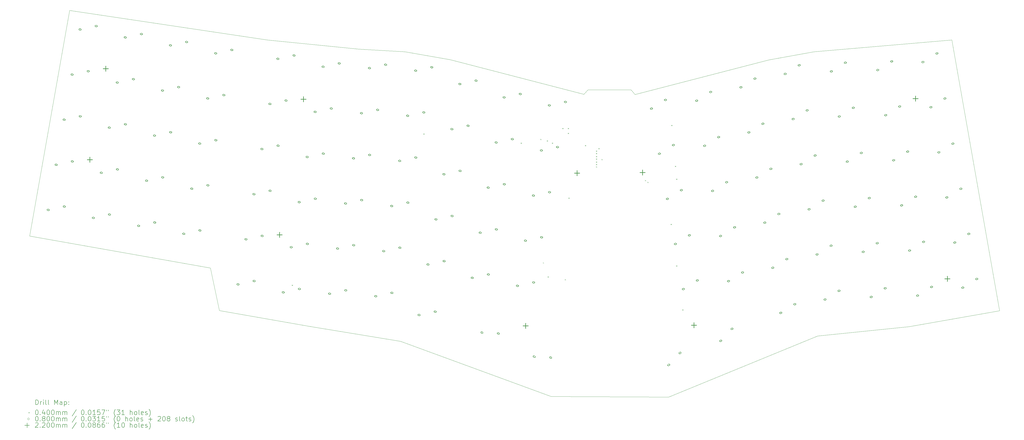
<source format=gbr>
%FSLAX45Y45*%
G04 Gerber Fmt 4.5, Leading zero omitted, Abs format (unit mm)*
G04 Created by KiCad (PCBNEW (6.0.4)) date 2022-12-22 15:18:29*
%MOMM*%
%LPD*%
G01*
G04 APERTURE LIST*
%TA.AperFunction,Profile*%
%ADD10C,0.100000*%
%TD*%
%ADD11C,0.200000*%
%ADD12C,0.040000*%
%ADD13C,0.080000*%
%ADD14C,0.220000*%
G04 APERTURE END LIST*
D10*
X8050000Y-15754000D02*
X14293000Y-18053000D01*
X4284000Y-15143000D02*
X8050000Y-15754000D01*
X533000Y-14481000D02*
X4284000Y-15143000D01*
X157000Y-12709000D02*
X533000Y-14481000D01*
X-7346000Y-11382000D02*
X157000Y-12709000D01*
X-5689000Y-2003000D02*
X-7346000Y-11382000D01*
X2516000Y-3225000D02*
X-5689000Y-2003000D01*
X6317000Y-3609000D02*
X2516000Y-3225000D01*
X8233000Y-3716000D02*
X6317000Y-3609000D01*
X10111000Y-4046000D02*
X8233000Y-3716000D01*
X15662000Y-5490000D02*
X10111000Y-4046000D01*
X15816000Y-5302000D02*
X15662000Y-5490000D01*
X17613000Y-5301000D02*
X15816000Y-5302000D01*
X17778000Y-5493000D02*
X17613000Y-5301000D01*
X23326000Y-4054000D02*
X17778000Y-5493000D01*
X25203000Y-3721000D02*
X23326000Y-4054000D01*
X30920000Y-3230000D02*
X25203000Y-3721000D01*
X32905000Y-14486000D02*
X30920000Y-3230000D01*
X29152000Y-15146000D02*
X32905000Y-14486000D01*
X25352000Y-15535000D02*
X29152000Y-15146000D01*
X19172000Y-18078000D02*
X25352000Y-15535000D01*
X14293000Y-18053000D02*
X19172000Y-18078000D01*
D11*
D12*
X3536565Y-13409932D02*
X3576565Y-13449932D01*
X3576565Y-13409932D02*
X3536565Y-13449932D01*
X8997000Y-7117400D02*
X9037000Y-7157400D01*
X9037000Y-7117400D02*
X8997000Y-7157400D01*
X13035600Y-7498400D02*
X13075600Y-7538400D01*
X13075600Y-7498400D02*
X13035600Y-7538400D01*
X13850819Y-7343581D02*
X13890819Y-7383581D01*
X13890819Y-7343581D02*
X13850819Y-7383581D01*
X13953205Y-12476800D02*
X13993205Y-12516800D01*
X13993205Y-12476800D02*
X13953205Y-12516800D01*
X14118378Y-7406221D02*
X14158378Y-7446221D01*
X14158378Y-7406221D02*
X14118378Y-7446221D01*
X14151102Y-13061000D02*
X14191102Y-13101000D01*
X14191102Y-13061000D02*
X14151102Y-13101000D01*
X14331000Y-7498400D02*
X14371000Y-7538400D01*
X14371000Y-7498400D02*
X14331000Y-7538400D01*
X14762800Y-6888800D02*
X14802800Y-6928800D01*
X14802800Y-6888800D02*
X14762800Y-6928800D01*
X14864400Y-13178402D02*
X14904400Y-13218402D01*
X14904400Y-13178402D02*
X14864400Y-13218402D01*
X14990556Y-7092000D02*
X15030556Y-7132000D01*
X15030556Y-7092000D02*
X14990556Y-7132000D01*
X14991400Y-6888800D02*
X15031400Y-6928800D01*
X15031400Y-6888800D02*
X14991400Y-6928800D01*
X15016800Y-9784400D02*
X15056800Y-9824400D01*
X15056800Y-9784400D02*
X15016800Y-9824400D01*
X15702600Y-7600000D02*
X15742600Y-7640000D01*
X15742600Y-7600000D02*
X15702600Y-7640000D01*
X16159800Y-7828600D02*
X16199800Y-7868600D01*
X16199800Y-7828600D02*
X16159800Y-7868600D01*
X16159800Y-7930200D02*
X16199800Y-7970200D01*
X16199800Y-7930200D02*
X16159800Y-7970200D01*
X16159800Y-8057200D02*
X16199800Y-8097200D01*
X16199800Y-8057200D02*
X16159800Y-8097200D01*
X16159800Y-8158800D02*
X16199800Y-8198800D01*
X16199800Y-8158800D02*
X16159800Y-8198800D01*
X16159800Y-8285800D02*
X16199800Y-8325800D01*
X16199800Y-8285800D02*
X16159800Y-8325800D01*
X16159800Y-8387400D02*
X16199800Y-8427400D01*
X16199800Y-8387400D02*
X16159800Y-8427400D01*
X16159800Y-8487350D02*
X16199800Y-8527350D01*
X16199800Y-8487350D02*
X16159800Y-8527350D01*
X16261401Y-7727001D02*
X16301401Y-7767001D01*
X16301401Y-7727001D02*
X16261401Y-7767001D01*
X16388831Y-8182909D02*
X16428831Y-8222909D01*
X16428831Y-8182909D02*
X16388831Y-8222909D01*
X18191800Y-9055483D02*
X18231800Y-9095483D01*
X18231800Y-9055483D02*
X18191800Y-9095483D01*
X18293400Y-9127933D02*
X18333400Y-9167933D01*
X18333400Y-9127933D02*
X18293400Y-9167933D01*
X19258600Y-10876600D02*
X19298600Y-10916600D01*
X19298600Y-10876600D02*
X19258600Y-10916600D01*
X19280929Y-6761800D02*
X19320929Y-6801800D01*
X19320929Y-6761800D02*
X19280929Y-6801800D01*
X19436400Y-8463600D02*
X19476400Y-8503600D01*
X19476400Y-8463600D02*
X19436400Y-8503600D01*
X19486831Y-8997000D02*
X19526831Y-9037000D01*
X19526831Y-8997000D02*
X19486831Y-9037000D01*
X19487200Y-12603800D02*
X19527200Y-12643800D01*
X19527200Y-12603800D02*
X19487200Y-12643800D01*
X19741200Y-14432600D02*
X19781200Y-14472600D01*
X19781200Y-14432600D02*
X19741200Y-14472600D01*
D13*
X-6534157Y-10295967D02*
G75*
G03*
X-6534157Y-10295967I-40000J0D01*
G01*
D11*
X-6599063Y-10322038D02*
X-6559670Y-10328984D01*
X-6588644Y-10262950D02*
X-6549251Y-10269895D01*
X-6559670Y-10328984D02*
G75*
G03*
X-6549251Y-10269896I5209J29544D01*
G01*
X-6588644Y-10262950D02*
G75*
G03*
X-6599063Y-10322038I-5209J-29544D01*
G01*
D13*
X-6203357Y-8419908D02*
G75*
G03*
X-6203357Y-8419908I-40000J0D01*
G01*
D11*
X-6268263Y-8445979D02*
X-6228870Y-8452925D01*
X-6257844Y-8386891D02*
X-6218452Y-8393837D01*
X-6228870Y-8452925D02*
G75*
G03*
X-6218452Y-8393837I5209J29544D01*
G01*
X-6257844Y-8386891D02*
G75*
G03*
X-6268263Y-8445979I-5209J-29544D01*
G01*
D13*
X-5872557Y-6543849D02*
G75*
G03*
X-5872557Y-6543849I-40000J0D01*
G01*
D11*
X-5937463Y-6569920D02*
X-5898071Y-6576866D01*
X-5927044Y-6510832D02*
X-5887652Y-6517778D01*
X-5898071Y-6576866D02*
G75*
G03*
X-5887652Y-6517778I5209J29544D01*
G01*
X-5927044Y-6510832D02*
G75*
G03*
X-5937463Y-6569920I-5209J-29544D01*
G01*
D13*
X-5864697Y-10156092D02*
G75*
G03*
X-5864697Y-10156092I-40000J0D01*
G01*
D11*
X-5929603Y-10182163D02*
X-5890211Y-10189109D01*
X-5919184Y-10123075D02*
X-5879792Y-10130021D01*
X-5890211Y-10189109D02*
G75*
G03*
X-5879792Y-10130021I5209J29544D01*
G01*
X-5919184Y-10123075D02*
G75*
G03*
X-5929603Y-10182163I-5209J-29544D01*
G01*
D13*
X-5541758Y-4667790D02*
G75*
G03*
X-5541758Y-4667790I-40000J0D01*
G01*
D11*
X-5606663Y-4693862D02*
X-5567271Y-4700808D01*
X-5596244Y-4634773D02*
X-5556852Y-4641719D01*
X-5567271Y-4700808D02*
G75*
G03*
X-5556852Y-4641719I5209J29544D01*
G01*
X-5596244Y-4634773D02*
G75*
G03*
X-5606663Y-4693862I-5209J-29544D01*
G01*
D13*
X-5533898Y-8280033D02*
G75*
G03*
X-5533898Y-8280033I-40000J0D01*
G01*
D11*
X-5598803Y-8306105D02*
X-5559411Y-8313050D01*
X-5588384Y-8247016D02*
X-5548992Y-8253962D01*
X-5559411Y-8313050D02*
G75*
G03*
X-5548992Y-8253962I5209J29544D01*
G01*
X-5588385Y-8247016D02*
G75*
G03*
X-5598803Y-8306104I-5209J-29544D01*
G01*
D13*
X-5210958Y-2791732D02*
G75*
G03*
X-5210958Y-2791732I-40000J0D01*
G01*
D11*
X-5275864Y-2817803D02*
X-5236471Y-2824749D01*
X-5265445Y-2758714D02*
X-5226052Y-2765660D01*
X-5236471Y-2824749D02*
G75*
G03*
X-5226052Y-2765660I5209J29544D01*
G01*
X-5265445Y-2758714D02*
G75*
G03*
X-5275864Y-2817803I-5209J-29544D01*
G01*
D13*
X-5203098Y-6403975D02*
G75*
G03*
X-5203098Y-6403975I-40000J0D01*
G01*
D11*
X-5268004Y-6430046D02*
X-5228611Y-6436992D01*
X-5257585Y-6370957D02*
X-5218192Y-6377903D01*
X-5228611Y-6436992D02*
G75*
G03*
X-5218192Y-6377903I5209J29544D01*
G01*
X-5257585Y-6370957D02*
G75*
G03*
X-5268004Y-6430046I-5209J-29544D01*
G01*
D13*
X-4872298Y-4527916D02*
G75*
G03*
X-4872298Y-4527916I-40000J0D01*
G01*
D11*
X-4937204Y-4553987D02*
X-4897812Y-4560933D01*
X-4926785Y-4494899D02*
X-4887393Y-4501845D01*
X-4897811Y-4560933D02*
G75*
G03*
X-4887393Y-4501845I5209J29544D01*
G01*
X-4926785Y-4494899D02*
G75*
G03*
X-4937204Y-4553987I-5209J-29544D01*
G01*
D13*
X-4658098Y-10626767D02*
G75*
G03*
X-4658098Y-10626767I-40000J0D01*
G01*
D11*
X-4723004Y-10652838D02*
X-4683612Y-10659784D01*
X-4712585Y-10593749D02*
X-4673193Y-10600695D01*
X-4683611Y-10659784D02*
G75*
G03*
X-4673193Y-10600695I5209J29544D01*
G01*
X-4712585Y-10593749D02*
G75*
G03*
X-4723004Y-10652838I-5209J-29544D01*
G01*
D13*
X-4541498Y-2651857D02*
G75*
G03*
X-4541498Y-2651857I-40000J0D01*
G01*
D11*
X-4606404Y-2677928D02*
X-4567012Y-2684874D01*
X-4595985Y-2618840D02*
X-4556593Y-2625786D01*
X-4567012Y-2684874D02*
G75*
G03*
X-4556593Y-2625786I5209J29544D01*
G01*
X-4595985Y-2618840D02*
G75*
G03*
X-4606404Y-2677928I-5209J-29544D01*
G01*
D13*
X-4327299Y-8750708D02*
G75*
G03*
X-4327299Y-8750708I-40000J0D01*
G01*
D11*
X-4392204Y-8776779D02*
X-4352812Y-8783725D01*
X-4381785Y-8717691D02*
X-4342393Y-8724636D01*
X-4352812Y-8783725D02*
G75*
G03*
X-4342393Y-8724637I5209J29544D01*
G01*
X-4381785Y-8717691D02*
G75*
G03*
X-4392204Y-8776779I-5209J-29544D01*
G01*
D13*
X-3996499Y-6874649D02*
G75*
G03*
X-3996499Y-6874649I-40000J0D01*
G01*
D11*
X-4061404Y-6900720D02*
X-4022012Y-6907666D01*
X-4050985Y-6841632D02*
X-4011593Y-6848578D01*
X-4022012Y-6907666D02*
G75*
G03*
X-4011593Y-6848578I5209J29544D01*
G01*
X-4050985Y-6841632D02*
G75*
G03*
X-4061404Y-6900720I-5209J-29544D01*
G01*
D13*
X-3988639Y-10486892D02*
G75*
G03*
X-3988639Y-10486892I-40000J0D01*
G01*
D11*
X-4053544Y-10512963D02*
X-4014152Y-10519909D01*
X-4043125Y-10453875D02*
X-4003733Y-10460821D01*
X-4014152Y-10519909D02*
G75*
G03*
X-4003733Y-10460821I5209J29544D01*
G01*
X-4043125Y-10453875D02*
G75*
G03*
X-4053544Y-10512963I-5209J-29544D01*
G01*
D13*
X-3665699Y-4998590D02*
G75*
G03*
X-3665699Y-4998590I-40000J0D01*
G01*
D11*
X-3730604Y-5024662D02*
X-3691212Y-5031607D01*
X-3720186Y-4965573D02*
X-3680793Y-4972519D01*
X-3691212Y-5031607D02*
G75*
G03*
X-3680793Y-4972519I5209J29544D01*
G01*
X-3720186Y-4965573D02*
G75*
G03*
X-3730604Y-5024661I-5209J-29544D01*
G01*
D13*
X-3657839Y-8610833D02*
G75*
G03*
X-3657839Y-8610833I-40000J0D01*
G01*
D11*
X-3722745Y-8636904D02*
X-3683352Y-8643850D01*
X-3712326Y-8577816D02*
X-3672933Y-8584762D01*
X-3683352Y-8643850D02*
G75*
G03*
X-3672933Y-8584762I5209J29544D01*
G01*
X-3712326Y-8577816D02*
G75*
G03*
X-3722745Y-8636904I-5209J-29544D01*
G01*
D13*
X-3334899Y-3122531D02*
G75*
G03*
X-3334899Y-3122531I-40000J0D01*
G01*
D11*
X-3399805Y-3148603D02*
X-3360412Y-3155549D01*
X-3389386Y-3089514D02*
X-3349993Y-3096460D01*
X-3360412Y-3155549D02*
G75*
G03*
X-3349993Y-3096460I5209J29544D01*
G01*
X-3389386Y-3089514D02*
G75*
G03*
X-3399805Y-3148603I-5209J-29544D01*
G01*
D13*
X-3327039Y-6734774D02*
G75*
G03*
X-3327039Y-6734774I-40000J0D01*
G01*
D11*
X-3391945Y-6760846D02*
X-3352552Y-6767791D01*
X-3381526Y-6701757D02*
X-3342134Y-6708703D01*
X-3352552Y-6767791D02*
G75*
G03*
X-3342134Y-6708703I5209J29544D01*
G01*
X-3381526Y-6701757D02*
G75*
G03*
X-3391945Y-6760845I-5209J-29544D01*
G01*
D13*
X-2996239Y-4858716D02*
G75*
G03*
X-2996239Y-4858716I-40000J0D01*
G01*
D11*
X-3061145Y-4884787D02*
X-3021753Y-4891733D01*
X-3050726Y-4825698D02*
X-3011334Y-4832644D01*
X-3021753Y-4891733D02*
G75*
G03*
X-3011334Y-4832644I5209J29544D01*
G01*
X-3050726Y-4825698D02*
G75*
G03*
X-3061145Y-4884787I-5209J-29544D01*
G01*
D13*
X-2782040Y-10957566D02*
G75*
G03*
X-2782040Y-10957566I-40000J0D01*
G01*
D11*
X-2846945Y-10983638D02*
X-2807553Y-10990584D01*
X-2836526Y-10924549D02*
X-2797134Y-10931495D01*
X-2807553Y-10990584D02*
G75*
G03*
X-2797134Y-10931495I5209J29544D01*
G01*
X-2836526Y-10924549D02*
G75*
G03*
X-2846945Y-10983638I-5209J-29544D01*
G01*
D13*
X-2665440Y-2982657D02*
G75*
G03*
X-2665440Y-2982657I-40000J0D01*
G01*
D11*
X-2730345Y-3008728D02*
X-2690953Y-3015674D01*
X-2719926Y-2949640D02*
X-2680534Y-2956585D01*
X-2690953Y-3015674D02*
G75*
G03*
X-2680534Y-2956586I5209J29544D01*
G01*
X-2719926Y-2949640D02*
G75*
G03*
X-2730345Y-3008728I-5209J-29544D01*
G01*
D13*
X-2451240Y-9081508D02*
G75*
G03*
X-2451240Y-9081508I-40000J0D01*
G01*
D11*
X-2516145Y-9107579D02*
X-2476753Y-9114525D01*
X-2505726Y-9048490D02*
X-2466334Y-9055436D01*
X-2476753Y-9114525D02*
G75*
G03*
X-2466334Y-9055436I5209J29544D01*
G01*
X-2505727Y-9048490D02*
G75*
G03*
X-2516145Y-9107579I-5209J-29544D01*
G01*
D13*
X-2120440Y-7205449D02*
G75*
G03*
X-2120440Y-7205449I-40000J0D01*
G01*
D11*
X-2185346Y-7231520D02*
X-2145953Y-7238466D01*
X-2174927Y-7172431D02*
X-2135534Y-7179377D01*
X-2145953Y-7238466D02*
G75*
G03*
X-2135534Y-7179377I5209J29544D01*
G01*
X-2174927Y-7172431D02*
G75*
G03*
X-2185346Y-7231520I-5209J-29544D01*
G01*
D13*
X-2112580Y-10817692D02*
G75*
G03*
X-2112580Y-10817692I-40000J0D01*
G01*
D11*
X-2177486Y-10843763D02*
X-2138093Y-10850709D01*
X-2167067Y-10784675D02*
X-2127674Y-10791620D01*
X-2138093Y-10850709D02*
G75*
G03*
X-2127674Y-10791621I5209J29544D01*
G01*
X-2167067Y-10784675D02*
G75*
G03*
X-2177486Y-10843763I-5209J-29544D01*
G01*
D13*
X-1789640Y-5329390D02*
G75*
G03*
X-1789640Y-5329390I-40000J0D01*
G01*
D11*
X-1854546Y-5355461D02*
X-1815153Y-5362407D01*
X-1844127Y-5296373D02*
X-1804734Y-5303319D01*
X-1815153Y-5362407D02*
G75*
G03*
X-1804734Y-5303319I5209J29544D01*
G01*
X-1844127Y-5296373D02*
G75*
G03*
X-1854546Y-5355461I-5209J-29544D01*
G01*
D13*
X-1781780Y-8941633D02*
G75*
G03*
X-1781780Y-8941633I-40000J0D01*
G01*
D11*
X-1846686Y-8967704D02*
X-1807293Y-8974650D01*
X-1836267Y-8908616D02*
X-1796875Y-8915562D01*
X-1807293Y-8974650D02*
G75*
G03*
X-1796875Y-8915562I5209J29544D01*
G01*
X-1836267Y-8908616D02*
G75*
G03*
X-1846686Y-8967704I-5209J-29544D01*
G01*
D13*
X-1458840Y-3453331D02*
G75*
G03*
X-1458840Y-3453331I-40000J0D01*
G01*
D11*
X-1523746Y-3479402D02*
X-1484354Y-3486348D01*
X-1513327Y-3420314D02*
X-1473935Y-3427260D01*
X-1484354Y-3486348D02*
G75*
G03*
X-1473935Y-3427260I5209J29544D01*
G01*
X-1513327Y-3420314D02*
G75*
G03*
X-1523746Y-3479402I-5209J-29544D01*
G01*
D13*
X-1450980Y-7065574D02*
G75*
G03*
X-1450980Y-7065574I-40000J0D01*
G01*
D11*
X-1515886Y-7091645D02*
X-1476494Y-7098591D01*
X-1505467Y-7032557D02*
X-1466075Y-7039503D01*
X-1476494Y-7098591D02*
G75*
G03*
X-1466075Y-7039503I5209J29544D01*
G01*
X-1505467Y-7032557D02*
G75*
G03*
X-1515886Y-7091645I-5209J-29544D01*
G01*
D13*
X-1120181Y-5189515D02*
G75*
G03*
X-1120181Y-5189515I-40000J0D01*
G01*
D11*
X-1185086Y-5215587D02*
X-1145694Y-5222533D01*
X-1174667Y-5156498D02*
X-1135275Y-5163444D01*
X-1145694Y-5222533D02*
G75*
G03*
X-1135275Y-5163444I5209J29544D01*
G01*
X-1174667Y-5156498D02*
G75*
G03*
X-1185086Y-5215587I-5209J-29544D01*
G01*
D13*
X-905981Y-11288366D02*
G75*
G03*
X-905981Y-11288366I-40000J0D01*
G01*
D11*
X-970886Y-11314437D02*
X-931494Y-11321383D01*
X-960467Y-11255349D02*
X-921075Y-11262295D01*
X-931494Y-11321383D02*
G75*
G03*
X-921075Y-11262295I5209J29544D01*
G01*
X-960467Y-11255349D02*
G75*
G03*
X-970886Y-11314437I-5209J-29544D01*
G01*
D13*
X-789381Y-3313457D02*
G75*
G03*
X-789381Y-3313457I-40000J0D01*
G01*
D11*
X-854286Y-3339528D02*
X-814894Y-3346474D01*
X-843868Y-3280439D02*
X-804475Y-3287385D01*
X-814894Y-3346474D02*
G75*
G03*
X-804475Y-3287385I5209J29544D01*
G01*
X-843868Y-3280439D02*
G75*
G03*
X-854286Y-3339528I-5209J-29544D01*
G01*
D13*
X-575181Y-9412307D02*
G75*
G03*
X-575181Y-9412307I-40000J0D01*
G01*
D11*
X-640087Y-9438379D02*
X-600694Y-9445325D01*
X-629668Y-9379290D02*
X-590275Y-9386236D01*
X-600694Y-9445325D02*
G75*
G03*
X-590275Y-9386236I5209J29544D01*
G01*
X-629668Y-9379290D02*
G75*
G03*
X-640087Y-9438379I-5209J-29544D01*
G01*
D13*
X-244381Y-7536248D02*
G75*
G03*
X-244381Y-7536248I-40000J0D01*
G01*
D11*
X-309287Y-7562320D02*
X-269895Y-7569266D01*
X-298868Y-7503231D02*
X-259476Y-7510177D01*
X-269894Y-7569266D02*
G75*
G03*
X-259476Y-7510177I5209J29544D01*
G01*
X-298868Y-7503231D02*
G75*
G03*
X-309287Y-7562320I-5209J-29544D01*
G01*
D13*
X-236521Y-11148491D02*
G75*
G03*
X-236521Y-11148491I-40000J0D01*
G01*
D11*
X-301427Y-11174563D02*
X-262034Y-11181509D01*
X-291008Y-11115474D02*
X-251616Y-11122420D01*
X-262034Y-11181509D02*
G75*
G03*
X-251616Y-11122420I5209J29544D01*
G01*
X-291008Y-11115474D02*
G75*
G03*
X-301427Y-11174563I-5209J-29544D01*
G01*
D13*
X86419Y-5660190D02*
G75*
G03*
X86419Y-5660190I-40000J0D01*
G01*
D11*
X21513Y-5686261D02*
X60905Y-5693207D01*
X31932Y-5627172D02*
X71324Y-5634118D01*
X60905Y-5693207D02*
G75*
G03*
X71324Y-5634118I5209J29544D01*
G01*
X31932Y-5627172D02*
G75*
G03*
X21513Y-5686261I-5209J-29544D01*
G01*
D13*
X94279Y-9272433D02*
G75*
G03*
X94279Y-9272433I-40000J0D01*
G01*
D11*
X29373Y-9298504D02*
X68765Y-9305450D01*
X39792Y-9239416D02*
X79184Y-9246361D01*
X68765Y-9305450D02*
G75*
G03*
X79184Y-9246362I5209J29544D01*
G01*
X39792Y-9239416D02*
G75*
G03*
X29373Y-9298504I-5209J-29544D01*
G01*
D13*
X417218Y-3784131D02*
G75*
G03*
X417218Y-3784131I-40000J0D01*
G01*
D11*
X352313Y-3810202D02*
X391705Y-3817148D01*
X362732Y-3751114D02*
X402124Y-3758060D01*
X391705Y-3817148D02*
G75*
G03*
X402124Y-3758060I5209J29544D01*
G01*
X362732Y-3751114D02*
G75*
G03*
X352313Y-3810202I-5209J-29544D01*
G01*
D13*
X425078Y-7396374D02*
G75*
G03*
X425078Y-7396374I-40000J0D01*
G01*
D11*
X360173Y-7422445D02*
X399565Y-7429391D01*
X370592Y-7363357D02*
X409984Y-7370303D01*
X399565Y-7429391D02*
G75*
G03*
X409984Y-7370303I5209J29544D01*
G01*
X370591Y-7363357D02*
G75*
G03*
X360173Y-7422445I-5209J-29544D01*
G01*
D13*
X755878Y-5520315D02*
G75*
G03*
X755878Y-5520315I-40000J0D01*
G01*
D11*
X690973Y-5546386D02*
X730365Y-5553332D01*
X701391Y-5487298D02*
X740784Y-5494244D01*
X730365Y-5553332D02*
G75*
G03*
X740784Y-5494244I5209J29544D01*
G01*
X701391Y-5487298D02*
G75*
G03*
X690973Y-5546386I-5209J-29544D01*
G01*
D13*
X1086678Y-3644256D02*
G75*
G03*
X1086678Y-3644256I-40000J0D01*
G01*
D11*
X1021772Y-3670328D02*
X1061165Y-3677274D01*
X1032191Y-3611239D02*
X1071584Y-3618185D01*
X1061165Y-3677274D02*
G75*
G03*
X1071584Y-3618185I5209J29544D01*
G01*
X1032191Y-3611239D02*
G75*
G03*
X1021772Y-3670328I-5209J-29544D01*
G01*
D13*
X1344522Y-13392569D02*
G75*
G03*
X1344522Y-13392569I-40000J0D01*
G01*
D11*
X1279616Y-13418640D02*
X1319009Y-13425586D01*
X1290035Y-13359552D02*
X1329428Y-13366498D01*
X1319009Y-13425586D02*
G75*
G03*
X1329428Y-13366498I5209J29544D01*
G01*
X1290035Y-13359552D02*
G75*
G03*
X1279616Y-13418640I-5209J-29544D01*
G01*
D13*
X1675322Y-11516510D02*
G75*
G03*
X1675322Y-11516510I-40000J0D01*
G01*
D11*
X1610416Y-11542581D02*
X1649808Y-11549527D01*
X1620835Y-11483493D02*
X1660227Y-11490439D01*
X1649808Y-11549527D02*
G75*
G03*
X1660227Y-11490439I5209J29544D01*
G01*
X1620835Y-11483493D02*
G75*
G03*
X1610416Y-11542581I-5209J-29544D01*
G01*
D13*
X2006121Y-9640451D02*
G75*
G03*
X2006121Y-9640451I-40000J0D01*
G01*
D11*
X1941216Y-9666523D02*
X1980608Y-9673469D01*
X1951635Y-9607434D02*
X1991027Y-9614380D01*
X1980608Y-9673469D02*
G75*
G03*
X1991027Y-9614380I5209J29544D01*
G01*
X1951635Y-9607434D02*
G75*
G03*
X1941216Y-9666523I-5209J-29544D01*
G01*
D13*
X2013981Y-13252694D02*
G75*
G03*
X2013981Y-13252694I-40000J0D01*
G01*
D11*
X1949076Y-13278766D02*
X1988468Y-13285711D01*
X1959495Y-13219677D02*
X1998887Y-13226623D01*
X1988468Y-13285711D02*
G75*
G03*
X1998887Y-13226623I5209J29544D01*
G01*
X1959495Y-13219677D02*
G75*
G03*
X1949076Y-13278765I-5209J-29544D01*
G01*
D13*
X2336921Y-7764393D02*
G75*
G03*
X2336921Y-7764393I-40000J0D01*
G01*
D11*
X2272016Y-7790464D02*
X2311408Y-7797410D01*
X2282435Y-7731375D02*
X2321827Y-7738321D01*
X2311408Y-7797410D02*
G75*
G03*
X2321827Y-7738321I5209J29544D01*
G01*
X2282434Y-7731375D02*
G75*
G03*
X2272016Y-7790464I-5209J-29544D01*
G01*
D13*
X2344781Y-11376635D02*
G75*
G03*
X2344781Y-11376635I-40000J0D01*
G01*
D11*
X2279876Y-11402707D02*
X2319268Y-11409653D01*
X2290294Y-11343618D02*
X2329687Y-11350564D01*
X2319268Y-11409653D02*
G75*
G03*
X2329687Y-11350564I5209J29544D01*
G01*
X2290294Y-11343618D02*
G75*
G03*
X2279876Y-11402707I-5209J-29544D01*
G01*
D13*
X2667721Y-5888334D02*
G75*
G03*
X2667721Y-5888334I-40000J0D01*
G01*
D11*
X2602815Y-5914405D02*
X2642208Y-5921351D01*
X2613234Y-5855317D02*
X2652627Y-5862262D01*
X2642208Y-5921351D02*
G75*
G03*
X2652627Y-5862263I5209J29544D01*
G01*
X2613234Y-5855317D02*
G75*
G03*
X2602815Y-5914405I-5209J-29544D01*
G01*
D13*
X2675581Y-9500577D02*
G75*
G03*
X2675581Y-9500577I-40000J0D01*
G01*
D11*
X2610675Y-9526648D02*
X2650068Y-9533594D01*
X2621094Y-9467560D02*
X2660487Y-9474506D01*
X2650068Y-9533594D02*
G75*
G03*
X2660487Y-9474506I5209J29544D01*
G01*
X2621094Y-9467560D02*
G75*
G03*
X2610675Y-9526648I-5209J-29544D01*
G01*
D13*
X2998521Y-4012275D02*
G75*
G03*
X2998521Y-4012275I-40000J0D01*
G01*
D11*
X2933615Y-4038346D02*
X2973007Y-4045292D01*
X2944034Y-3979258D02*
X2983426Y-3986204D01*
X2973008Y-4045292D02*
G75*
G03*
X2983426Y-3986204I5209J29544D01*
G01*
X2944034Y-3979258D02*
G75*
G03*
X2933615Y-4038346I-5209J-29544D01*
G01*
D13*
X3006381Y-7624518D02*
G75*
G03*
X3006381Y-7624518I-40000J0D01*
G01*
D11*
X2941475Y-7650589D02*
X2980867Y-7657535D01*
X2951894Y-7591501D02*
X2991286Y-7598447D01*
X2980867Y-7657535D02*
G75*
G03*
X2991286Y-7598447I5209J29544D01*
G01*
X2951894Y-7591501D02*
G75*
G03*
X2941475Y-7650589I-5209J-29544D01*
G01*
D13*
X3220581Y-13723369D02*
G75*
G03*
X3220581Y-13723369I-40000J0D01*
G01*
D11*
X3155675Y-13749440D02*
X3195067Y-13756386D01*
X3166094Y-13690351D02*
X3205486Y-13697297D01*
X3195067Y-13756386D02*
G75*
G03*
X3205486Y-13697297I5209J29544D01*
G01*
X3166094Y-13690351D02*
G75*
G03*
X3155675Y-13749440I-5209J-29544D01*
G01*
D13*
X3337180Y-5748459D02*
G75*
G03*
X3337180Y-5748459I-40000J0D01*
G01*
D11*
X3272275Y-5774530D02*
X3311667Y-5781476D01*
X3282694Y-5715442D02*
X3322086Y-5722388D01*
X3311667Y-5781476D02*
G75*
G03*
X3322086Y-5722388I5209J29544D01*
G01*
X3282694Y-5715442D02*
G75*
G03*
X3272275Y-5774530I-5209J-29544D01*
G01*
D13*
X3551380Y-11847310D02*
G75*
G03*
X3551380Y-11847310I-40000J0D01*
G01*
D11*
X3486475Y-11873381D02*
X3525867Y-11880327D01*
X3496894Y-11814293D02*
X3536286Y-11821239D01*
X3525867Y-11880327D02*
G75*
G03*
X3536286Y-11821239I5209J29544D01*
G01*
X3496894Y-11814293D02*
G75*
G03*
X3486475Y-11873381I-5209J-29544D01*
G01*
D13*
X3667980Y-3872400D02*
G75*
G03*
X3667980Y-3872400I-40000J0D01*
G01*
D11*
X3603075Y-3898472D02*
X3642467Y-3905418D01*
X3613494Y-3839383D02*
X3652886Y-3846329D01*
X3642467Y-3905418D02*
G75*
G03*
X3652886Y-3846329I5209J29544D01*
G01*
X3613493Y-3839383D02*
G75*
G03*
X3603075Y-3898472I-5209J-29544D01*
G01*
D13*
X3882180Y-9971251D02*
G75*
G03*
X3882180Y-9971251I-40000J0D01*
G01*
D11*
X3817275Y-9997322D02*
X3856667Y-10004268D01*
X3827693Y-9938234D02*
X3867086Y-9945180D01*
X3856667Y-10004268D02*
G75*
G03*
X3867086Y-9945180I5209J29544D01*
G01*
X3827693Y-9938234D02*
G75*
G03*
X3817275Y-9997322I-5209J-29544D01*
G01*
D13*
X3890040Y-13583494D02*
G75*
G03*
X3890040Y-13583494I-40000J0D01*
G01*
D11*
X3825134Y-13609565D02*
X3864527Y-13616511D01*
X3835553Y-13550477D02*
X3874946Y-13557423D01*
X3864527Y-13616511D02*
G75*
G03*
X3874946Y-13557423I5209J29544D01*
G01*
X3835553Y-13550477D02*
G75*
G03*
X3825134Y-13609565I-5209J-29544D01*
G01*
D13*
X4212980Y-8095192D02*
G75*
G03*
X4212980Y-8095192I-40000J0D01*
G01*
D11*
X4148074Y-8121264D02*
X4187467Y-8128210D01*
X4158493Y-8062175D02*
X4197886Y-8069121D01*
X4187467Y-8128210D02*
G75*
G03*
X4197886Y-8069121I5209J29544D01*
G01*
X4158493Y-8062175D02*
G75*
G03*
X4148074Y-8121264I-5209J-29544D01*
G01*
D13*
X4220840Y-11707435D02*
G75*
G03*
X4220840Y-11707435I-40000J0D01*
G01*
D11*
X4155934Y-11733507D02*
X4195327Y-11740452D01*
X4166353Y-11674418D02*
X4205746Y-11681364D01*
X4195327Y-11740452D02*
G75*
G03*
X4205746Y-11681364I5209J29544D01*
G01*
X4166353Y-11674418D02*
G75*
G03*
X4155934Y-11733506I-5209J-29544D01*
G01*
D13*
X4543780Y-6219134D02*
G75*
G03*
X4543780Y-6219134I-40000J0D01*
G01*
D11*
X4478874Y-6245205D02*
X4518267Y-6252151D01*
X4489293Y-6186116D02*
X4528685Y-6193062D01*
X4518267Y-6252151D02*
G75*
G03*
X4528685Y-6193062I5209J29544D01*
G01*
X4489293Y-6186116D02*
G75*
G03*
X4478874Y-6245205I-5209J-29544D01*
G01*
D13*
X4551640Y-9831377D02*
G75*
G03*
X4551640Y-9831377I-40000J0D01*
G01*
D11*
X4486734Y-9857448D02*
X4526126Y-9864394D01*
X4497153Y-9798359D02*
X4536545Y-9805305D01*
X4526127Y-9864394D02*
G75*
G03*
X4536545Y-9805305I5209J29544D01*
G01*
X4497153Y-9798359D02*
G75*
G03*
X4486734Y-9857448I-5209J-29544D01*
G01*
D13*
X4874580Y-4343075D02*
G75*
G03*
X4874580Y-4343075I-40000J0D01*
G01*
D11*
X4809674Y-4369146D02*
X4849066Y-4376092D01*
X4820093Y-4310058D02*
X4859485Y-4317004D01*
X4849066Y-4376092D02*
G75*
G03*
X4859485Y-4317004I5209J29544D01*
G01*
X4820093Y-4310058D02*
G75*
G03*
X4809674Y-4369146I-5209J-29544D01*
G01*
D13*
X4882440Y-7955318D02*
G75*
G03*
X4882440Y-7955318I-40000J0D01*
G01*
D11*
X4817534Y-7981389D02*
X4856926Y-7988335D01*
X4827953Y-7922301D02*
X4867345Y-7929246D01*
X4856926Y-7988335D02*
G75*
G03*
X4867345Y-7929247I5209J29544D01*
G01*
X4827953Y-7922301D02*
G75*
G03*
X4817534Y-7981389I-5209J-29544D01*
G01*
D13*
X5145157Y-13779013D02*
G75*
G03*
X5145157Y-13779013I-40000J0D01*
G01*
D11*
X5080251Y-13805084D02*
X5119643Y-13812030D01*
X5090670Y-13745996D02*
X5130062Y-13752942D01*
X5119644Y-13812030D02*
G75*
G03*
X5130062Y-13752942I5209J29544D01*
G01*
X5090670Y-13745996D02*
G75*
G03*
X5080251Y-13805084I-5209J-29544D01*
G01*
D13*
X5213239Y-6079259D02*
G75*
G03*
X5213239Y-6079259I-40000J0D01*
G01*
D11*
X5148334Y-6105330D02*
X5187726Y-6112276D01*
X5158753Y-6046242D02*
X5198145Y-6053188D01*
X5187726Y-6112276D02*
G75*
G03*
X5198145Y-6053188I5209J29544D01*
G01*
X5158753Y-6046242D02*
G75*
G03*
X5148334Y-6105330I-5209J-29544D01*
G01*
D13*
X5475957Y-11902954D02*
G75*
G03*
X5475957Y-11902954I-40000J0D01*
G01*
D11*
X5411051Y-11929026D02*
X5450443Y-11935972D01*
X5421470Y-11869937D02*
X5460862Y-11876883D01*
X5450443Y-11935972D02*
G75*
G03*
X5460862Y-11876883I5209J29544D01*
G01*
X5421470Y-11869937D02*
G75*
G03*
X5411051Y-11929026I-5209J-29544D01*
G01*
D13*
X5544039Y-4203200D02*
G75*
G03*
X5544039Y-4203200I-40000J0D01*
G01*
D11*
X5479133Y-4229272D02*
X5518526Y-4236217D01*
X5489552Y-4170183D02*
X5528945Y-4177129D01*
X5518526Y-4236217D02*
G75*
G03*
X5528945Y-4177129I5209J29544D01*
G01*
X5489552Y-4170183D02*
G75*
G03*
X5479133Y-4229271I-5209J-29544D01*
G01*
D13*
X5806756Y-10026896D02*
G75*
G03*
X5806756Y-10026896I-40000J0D01*
G01*
D11*
X5741851Y-10052967D02*
X5781243Y-10059913D01*
X5752270Y-9993878D02*
X5791662Y-10000824D01*
X5781243Y-10059913D02*
G75*
G03*
X5791662Y-10000824I5209J29544D01*
G01*
X5752269Y-9993878D02*
G75*
G03*
X5741851Y-10052967I-5209J-29544D01*
G01*
D13*
X5814616Y-13639139D02*
G75*
G03*
X5814616Y-13639139I-40000J0D01*
G01*
D11*
X5749711Y-13665210D02*
X5789103Y-13672156D01*
X5760129Y-13606121D02*
X5799522Y-13613067D01*
X5789103Y-13672156D02*
G75*
G03*
X5799522Y-13613067I5209J29544D01*
G01*
X5760129Y-13606121D02*
G75*
G03*
X5749711Y-13665210I-5209J-29544D01*
G01*
D13*
X6137556Y-8150837D02*
G75*
G03*
X6137556Y-8150837I-40000J0D01*
G01*
D11*
X6072650Y-8176908D02*
X6112043Y-8183854D01*
X6083069Y-8117820D02*
X6122462Y-8124766D01*
X6112043Y-8183854D02*
G75*
G03*
X6122462Y-8124766I5209J29544D01*
G01*
X6083069Y-8117820D02*
G75*
G03*
X6072650Y-8176908I-5209J-29544D01*
G01*
D13*
X6145416Y-11763080D02*
G75*
G03*
X6145416Y-11763080I-40000J0D01*
G01*
D11*
X6080510Y-11789151D02*
X6119903Y-11796097D01*
X6090929Y-11730063D02*
X6130322Y-11737008D01*
X6119903Y-11796097D02*
G75*
G03*
X6130322Y-11737009I5209J29544D01*
G01*
X6090929Y-11730063D02*
G75*
G03*
X6080510Y-11789151I-5209J-29544D01*
G01*
D13*
X6468356Y-6274778D02*
G75*
G03*
X6468356Y-6274778I-40000J0D01*
G01*
D11*
X6403450Y-6300849D02*
X6442842Y-6307795D01*
X6413869Y-6241761D02*
X6453261Y-6248707D01*
X6442843Y-6307795D02*
G75*
G03*
X6453261Y-6248707I5209J29544D01*
G01*
X6413869Y-6241761D02*
G75*
G03*
X6403450Y-6300849I-5209J-29544D01*
G01*
D13*
X6476216Y-9887021D02*
G75*
G03*
X6476216Y-9887021I-40000J0D01*
G01*
D11*
X6411310Y-9913092D02*
X6450702Y-9920038D01*
X6421729Y-9854004D02*
X6461121Y-9860950D01*
X6450703Y-9920038D02*
G75*
G03*
X6461121Y-9860950I5209J29544D01*
G01*
X6421729Y-9854004D02*
G75*
G03*
X6411310Y-9913092I-5209J-29544D01*
G01*
D13*
X6799156Y-4398719D02*
G75*
G03*
X6799156Y-4398719I-40000J0D01*
G01*
D11*
X6734250Y-4424791D02*
X6773642Y-4431737D01*
X6744669Y-4365702D02*
X6784061Y-4372648D01*
X6773642Y-4431737D02*
G75*
G03*
X6784061Y-4372648I5209J29544D01*
G01*
X6744669Y-4365702D02*
G75*
G03*
X6734250Y-4424791I-5209J-29544D01*
G01*
D13*
X6807015Y-8010962D02*
G75*
G03*
X6807015Y-8010962I-40000J0D01*
G01*
D11*
X6742110Y-8037034D02*
X6781502Y-8043979D01*
X6752529Y-7977945D02*
X6791921Y-7984891D01*
X6781502Y-8043979D02*
G75*
G03*
X6791921Y-7984891I5209J29544D01*
G01*
X6752529Y-7977945D02*
G75*
G03*
X6742110Y-8037033I-5209J-29544D01*
G01*
D13*
X7060911Y-13884686D02*
G75*
G03*
X7060911Y-13884686I-40000J0D01*
G01*
D11*
X6996006Y-13910757D02*
X7035398Y-13917703D01*
X7006425Y-13851669D02*
X7045817Y-13858615D01*
X7035398Y-13917703D02*
G75*
G03*
X7045817Y-13858615I5209J29544D01*
G01*
X7006425Y-13851669D02*
G75*
G03*
X6996006Y-13910757I-5209J-29544D01*
G01*
D13*
X7137815Y-6134903D02*
G75*
G03*
X7137815Y-6134903I-40000J0D01*
G01*
D11*
X7072910Y-6160975D02*
X7112302Y-6167921D01*
X7083329Y-6101886D02*
X7122721Y-6108832D01*
X7112302Y-6167921D02*
G75*
G03*
X7122721Y-6108832I5209J29544D01*
G01*
X7083328Y-6101886D02*
G75*
G03*
X7072910Y-6160975I-5209J-29544D01*
G01*
D13*
X7391711Y-12008627D02*
G75*
G03*
X7391711Y-12008627I-40000J0D01*
G01*
D11*
X7326806Y-12034698D02*
X7366198Y-12041644D01*
X7337224Y-11975610D02*
X7376617Y-11982556D01*
X7366198Y-12041644D02*
G75*
G03*
X7376617Y-11982556I5209J29544D01*
G01*
X7337224Y-11975610D02*
G75*
G03*
X7326806Y-12034698I-5209J-29544D01*
G01*
D13*
X7468615Y-4258845D02*
G75*
G03*
X7468615Y-4258845I-40000J0D01*
G01*
D11*
X7403709Y-4284916D02*
X7443102Y-4291862D01*
X7414128Y-4225828D02*
X7453521Y-4232773D01*
X7443102Y-4291862D02*
G75*
G03*
X7453521Y-4232774I5209J29544D01*
G01*
X7414128Y-4225828D02*
G75*
G03*
X7403709Y-4284916I-5209J-29544D01*
G01*
D13*
X7722511Y-10132568D02*
G75*
G03*
X7722511Y-10132568I-40000J0D01*
G01*
D11*
X7657605Y-10158640D02*
X7696998Y-10165586D01*
X7668024Y-10099551D02*
X7707417Y-10106497D01*
X7696998Y-10165586D02*
G75*
G03*
X7707417Y-10106497I5209J29544D01*
G01*
X7668024Y-10099551D02*
G75*
G03*
X7657605Y-10158640I-5209J-29544D01*
G01*
D13*
X7730371Y-13744811D02*
G75*
G03*
X7730371Y-13744811I-40000J0D01*
G01*
D11*
X7665465Y-13770883D02*
X7704858Y-13777828D01*
X7675884Y-13711794D02*
X7715276Y-13718740D01*
X7704858Y-13777828D02*
G75*
G03*
X7715276Y-13718740I5209J29544D01*
G01*
X7675884Y-13711794D02*
G75*
G03*
X7665465Y-13770882I-5209J-29544D01*
G01*
D13*
X8053311Y-8256510D02*
G75*
G03*
X8053311Y-8256510I-40000J0D01*
G01*
D11*
X7988405Y-8282581D02*
X8027797Y-8289527D01*
X7998824Y-8223492D02*
X8038216Y-8230438D01*
X8027798Y-8289527D02*
G75*
G03*
X8038216Y-8230438I5209J29544D01*
G01*
X7998824Y-8223492D02*
G75*
G03*
X7988405Y-8282581I-5209J-29544D01*
G01*
D13*
X8061171Y-11868752D02*
G75*
G03*
X8061171Y-11868752I-40000J0D01*
G01*
D11*
X7996265Y-11894824D02*
X8035657Y-11901770D01*
X8006684Y-11835735D02*
X8046076Y-11842681D01*
X8035657Y-11901770D02*
G75*
G03*
X8046076Y-11842681I5209J29544D01*
G01*
X8006684Y-11835735D02*
G75*
G03*
X7996265Y-11894824I-5209J-29544D01*
G01*
D13*
X8384111Y-6380451D02*
G75*
G03*
X8384111Y-6380451I-40000J0D01*
G01*
D11*
X8319205Y-6406522D02*
X8358597Y-6413468D01*
X8329624Y-6347434D02*
X8369016Y-6354379D01*
X8358597Y-6413468D02*
G75*
G03*
X8369016Y-6354380I5209J29544D01*
G01*
X8329624Y-6347434D02*
G75*
G03*
X8319205Y-6406522I-5209J-29544D01*
G01*
D13*
X8391971Y-9992694D02*
G75*
G03*
X8391971Y-9992694I-40000J0D01*
G01*
D11*
X8327065Y-10018765D02*
X8366457Y-10025711D01*
X8337484Y-9959677D02*
X8376876Y-9966623D01*
X8366457Y-10025711D02*
G75*
G03*
X8376876Y-9966623I5209J29544D01*
G01*
X8337484Y-9959677D02*
G75*
G03*
X8327065Y-10018765I-5209J-29544D01*
G01*
D13*
X8714910Y-4504392D02*
G75*
G03*
X8714910Y-4504392I-40000J0D01*
G01*
D11*
X8650005Y-4530463D02*
X8689397Y-4537409D01*
X8660424Y-4471375D02*
X8699816Y-4478321D01*
X8689397Y-4537409D02*
G75*
G03*
X8699816Y-4478321I5209J29544D01*
G01*
X8660424Y-4471375D02*
G75*
G03*
X8650005Y-4530463I-5209J-29544D01*
G01*
D13*
X8722770Y-8116635D02*
G75*
G03*
X8722770Y-8116635I-40000J0D01*
G01*
D11*
X8657865Y-8142706D02*
X8697257Y-8149652D01*
X8668284Y-8083618D02*
X8707676Y-8090564D01*
X8697257Y-8149652D02*
G75*
G03*
X8707676Y-8090564I5209J29544D01*
G01*
X8668284Y-8083618D02*
G75*
G03*
X8657865Y-8142706I-5209J-29544D01*
G01*
D13*
X8857578Y-14665740D02*
G75*
G03*
X8857578Y-14665740I-40000J0D01*
G01*
D11*
X8792673Y-14691811D02*
X8832065Y-14698757D01*
X8803092Y-14632723D02*
X8842484Y-14639668D01*
X8832065Y-14698757D02*
G75*
G03*
X8842484Y-14639669I5209J29544D01*
G01*
X8803092Y-14632723D02*
G75*
G03*
X8792673Y-14691811I-5209J-29544D01*
G01*
D13*
X9053570Y-6240576D02*
G75*
G03*
X9053570Y-6240576I-40000J0D01*
G01*
D11*
X8988665Y-6266647D02*
X9028057Y-6273593D01*
X8999083Y-6207559D02*
X9038476Y-6214505D01*
X9028057Y-6273593D02*
G75*
G03*
X9038476Y-6214505I5209J29544D01*
G01*
X8999083Y-6207559D02*
G75*
G03*
X8988665Y-6266647I-5209J-29544D01*
G01*
D13*
X9228074Y-12564554D02*
G75*
G03*
X9228074Y-12564554I-40000J0D01*
G01*
D11*
X9163168Y-12590625D02*
X9202561Y-12597571D01*
X9173587Y-12531537D02*
X9212980Y-12538483D01*
X9202561Y-12597571D02*
G75*
G03*
X9212980Y-12538483I5209J29544D01*
G01*
X9173587Y-12531537D02*
G75*
G03*
X9163168Y-12590625I-5209J-29544D01*
G01*
D13*
X9384370Y-4364518D02*
G75*
G03*
X9384370Y-4364518I-40000J0D01*
G01*
D11*
X9319464Y-4390589D02*
X9358857Y-4397535D01*
X9329883Y-4331500D02*
X9369275Y-4338446D01*
X9358857Y-4397535D02*
G75*
G03*
X9369275Y-4338446I5209J29544D01*
G01*
X9329883Y-4331500D02*
G75*
G03*
X9319464Y-4390589I-5209J-29544D01*
G01*
D13*
X9527038Y-14525865D02*
G75*
G03*
X9527038Y-14525865I-40000J0D01*
G01*
D11*
X9462132Y-14551936D02*
X9501525Y-14558882D01*
X9472551Y-14492848D02*
X9511943Y-14499794D01*
X9501525Y-14558882D02*
G75*
G03*
X9511943Y-14499794I5209J29544D01*
G01*
X9472551Y-14492848D02*
G75*
G03*
X9462132Y-14551936I-5209J-29544D01*
G01*
D13*
X9558874Y-10688495D02*
G75*
G03*
X9558874Y-10688495I-40000J0D01*
G01*
D11*
X9493968Y-10714567D02*
X9533361Y-10721512D01*
X9504387Y-10655478D02*
X9543779Y-10662424D01*
X9533361Y-10721512D02*
G75*
G03*
X9543779Y-10662424I5209J29544D01*
G01*
X9504387Y-10655478D02*
G75*
G03*
X9493968Y-10714566I-5209J-29544D01*
G01*
D13*
X9889674Y-8812436D02*
G75*
G03*
X9889674Y-8812436I-40000J0D01*
G01*
D11*
X9824768Y-8838508D02*
X9864160Y-8845454D01*
X9835187Y-8779419D02*
X9874579Y-8786365D01*
X9864160Y-8845454D02*
G75*
G03*
X9874579Y-8786365I5209J29544D01*
G01*
X9835187Y-8779419D02*
G75*
G03*
X9824768Y-8838508I-5209J-29544D01*
G01*
D13*
X9897534Y-12424679D02*
G75*
G03*
X9897534Y-12424679I-40000J0D01*
G01*
D11*
X9832628Y-12450751D02*
X9872020Y-12457697D01*
X9843047Y-12391662D02*
X9882439Y-12398608D01*
X9872020Y-12457697D02*
G75*
G03*
X9882439Y-12398608I5209J29544D01*
G01*
X9843047Y-12391662D02*
G75*
G03*
X9832628Y-12450751I-5209J-29544D01*
G01*
D13*
X10220473Y-6936378D02*
G75*
G03*
X10220473Y-6936378I-40000J0D01*
G01*
D11*
X10155568Y-6962449D02*
X10194960Y-6969395D01*
X10165987Y-6903360D02*
X10205379Y-6910306D01*
X10194960Y-6969395D02*
G75*
G03*
X10205379Y-6910306I5209J29544D01*
G01*
X10165987Y-6903360D02*
G75*
G03*
X10155568Y-6962449I-5209J-29544D01*
G01*
D13*
X10228333Y-10548621D02*
G75*
G03*
X10228333Y-10548621I-40000J0D01*
G01*
D11*
X10163428Y-10574692D02*
X10202820Y-10581638D01*
X10173847Y-10515603D02*
X10213239Y-10522549D01*
X10202820Y-10581638D02*
G75*
G03*
X10213239Y-10522549I5209J29544D01*
G01*
X10173847Y-10515603D02*
G75*
G03*
X10163428Y-10574692I-5209J-29544D01*
G01*
D13*
X10551273Y-5060319D02*
G75*
G03*
X10551273Y-5060319I-40000J0D01*
G01*
D11*
X10486368Y-5086390D02*
X10525760Y-5093336D01*
X10496786Y-5027302D02*
X10536179Y-5034248D01*
X10525760Y-5093336D02*
G75*
G03*
X10536179Y-5034248I5209J29544D01*
G01*
X10496786Y-5027302D02*
G75*
G03*
X10486368Y-5086390I-5209J-29544D01*
G01*
D13*
X10559133Y-8672562D02*
G75*
G03*
X10559133Y-8672562I-40000J0D01*
G01*
D11*
X10494228Y-8698633D02*
X10533620Y-8705579D01*
X10504646Y-8639545D02*
X10544039Y-8646491D01*
X10533620Y-8705579D02*
G75*
G03*
X10544039Y-8646491I5209J29544D01*
G01*
X10504646Y-8639545D02*
G75*
G03*
X10494228Y-8698633I-5209J-29544D01*
G01*
D13*
X10889933Y-6796503D02*
G75*
G03*
X10889933Y-6796503I-40000J0D01*
G01*
D11*
X10825027Y-6822574D02*
X10864420Y-6829520D01*
X10835446Y-6763486D02*
X10874839Y-6770432D01*
X10864420Y-6829520D02*
G75*
G03*
X10874839Y-6770432I5209J29544D01*
G01*
X10835446Y-6763486D02*
G75*
G03*
X10825027Y-6822574I-5209J-29544D01*
G01*
D13*
X11064437Y-13120481D02*
G75*
G03*
X11064437Y-13120481I-40000J0D01*
G01*
D11*
X10999531Y-13146552D02*
X11038924Y-13153498D01*
X11009950Y-13087464D02*
X11049342Y-13094409D01*
X11038924Y-13153498D02*
G75*
G03*
X11049342Y-13094410I5209J29544D01*
G01*
X11009950Y-13087464D02*
G75*
G03*
X10999531Y-13146552I-5209J-29544D01*
G01*
D13*
X11220733Y-4920444D02*
G75*
G03*
X11220733Y-4920444I-40000J0D01*
G01*
D11*
X11155827Y-4946516D02*
X11195219Y-4953462D01*
X11166246Y-4887427D02*
X11205638Y-4894373D01*
X11195219Y-4953462D02*
G75*
G03*
X11205638Y-4894373I5209J29544D01*
G01*
X11166246Y-4887427D02*
G75*
G03*
X11155827Y-4946516I-5209J-29544D01*
G01*
D13*
X11395237Y-11244422D02*
G75*
G03*
X11395237Y-11244422I-40000J0D01*
G01*
D11*
X11330331Y-11270493D02*
X11369723Y-11277439D01*
X11340750Y-11211405D02*
X11380142Y-11218351D01*
X11369723Y-11277439D02*
G75*
G03*
X11380142Y-11218351I5209J29544D01*
G01*
X11340750Y-11211405D02*
G75*
G03*
X11330331Y-11270493I-5209J-29544D01*
G01*
D13*
X11465430Y-15395317D02*
G75*
G03*
X11465430Y-15395317I-40000J0D01*
G01*
D11*
X11394625Y-15414054D02*
X11430877Y-15430959D01*
X11419982Y-15359676D02*
X11456235Y-15376580D01*
X11430878Y-15430959D02*
G75*
G03*
X11456235Y-15376580I12679J27189D01*
G01*
X11419982Y-15359676D02*
G75*
G03*
X11394625Y-15414054I-12679J-27189D01*
G01*
D13*
X11726036Y-9368363D02*
G75*
G03*
X11726036Y-9368363I-40000J0D01*
G01*
D11*
X11661131Y-9394435D02*
X11700523Y-9401381D01*
X11671550Y-9335346D02*
X11710942Y-9342292D01*
X11700523Y-9401381D02*
G75*
G03*
X11710942Y-9342292I5209J29544D01*
G01*
X11671550Y-9335346D02*
G75*
G03*
X11661131Y-9394435I-5209J-29544D01*
G01*
D13*
X11733896Y-12980606D02*
G75*
G03*
X11733896Y-12980606I-40000J0D01*
G01*
D11*
X11668991Y-13006677D02*
X11708383Y-13013623D01*
X11679410Y-12947589D02*
X11718802Y-12954535D01*
X11708383Y-13013623D02*
G75*
G03*
X11718802Y-12954535I5209J29544D01*
G01*
X11679409Y-12947589D02*
G75*
G03*
X11668991Y-13006677I-5209J-29544D01*
G01*
D13*
X12056836Y-7492304D02*
G75*
G03*
X12056836Y-7492304I-40000J0D01*
G01*
D11*
X11991931Y-7518376D02*
X12031323Y-7525322D01*
X12002349Y-7459287D02*
X12041742Y-7466233D01*
X12031323Y-7525322D02*
G75*
G03*
X12041742Y-7466233I5209J29544D01*
G01*
X12002349Y-7459287D02*
G75*
G03*
X11991931Y-7518376I-5209J-29544D01*
G01*
D13*
X12064696Y-11104547D02*
G75*
G03*
X12064696Y-11104547I-40000J0D01*
G01*
D11*
X11999790Y-11130619D02*
X12039183Y-11137565D01*
X12010209Y-11071530D02*
X12049602Y-11078476D01*
X12039183Y-11137565D02*
G75*
G03*
X12049602Y-11078476I5209J29544D01*
G01*
X12010209Y-11071530D02*
G75*
G03*
X11999790Y-11130619I-5209J-29544D01*
G01*
D13*
X12148280Y-15433478D02*
G75*
G03*
X12148280Y-15433478I-40000J0D01*
G01*
D11*
X12077476Y-15452214D02*
X12113728Y-15469119D01*
X12102833Y-15397836D02*
X12139085Y-15414741D01*
X12113728Y-15469119D02*
G75*
G03*
X12139085Y-15414741I12679J27189D01*
G01*
X12102833Y-15397836D02*
G75*
G03*
X12077476Y-15452214I-12679J-27189D01*
G01*
D13*
X12387636Y-5616246D02*
G75*
G03*
X12387636Y-5616246I-40000J0D01*
G01*
D11*
X12322730Y-5642317D02*
X12362123Y-5649263D01*
X12333149Y-5583229D02*
X12372541Y-5590174D01*
X12362123Y-5649263D02*
G75*
G03*
X12372541Y-5590175I5209J29544D01*
G01*
X12333149Y-5583229D02*
G75*
G03*
X12322730Y-5642317I-5209J-29544D01*
G01*
D13*
X12395496Y-9228489D02*
G75*
G03*
X12395496Y-9228489I-40000J0D01*
G01*
D11*
X12330590Y-9254560D02*
X12369983Y-9261506D01*
X12341009Y-9195472D02*
X12380401Y-9202417D01*
X12369983Y-9261506D02*
G75*
G03*
X12380401Y-9202418I5209J29544D01*
G01*
X12341009Y-9195472D02*
G75*
G03*
X12330590Y-9254560I-5209J-29544D01*
G01*
D13*
X12726296Y-7352430D02*
G75*
G03*
X12726296Y-7352430I-40000J0D01*
G01*
D11*
X12661390Y-7378501D02*
X12700782Y-7385447D01*
X12671809Y-7319413D02*
X12711201Y-7326359D01*
X12700782Y-7385447D02*
G75*
G03*
X12711201Y-7326359I5209J29544D01*
G01*
X12671809Y-7319413D02*
G75*
G03*
X12661390Y-7378501I-5209J-29544D01*
G01*
D13*
X12940496Y-13451281D02*
G75*
G03*
X12940496Y-13451281I-40000J0D01*
G01*
D11*
X12875590Y-13477352D02*
X12914982Y-13484298D01*
X12886009Y-13418263D02*
X12925401Y-13425209D01*
X12914982Y-13484298D02*
G75*
G03*
X12925401Y-13425209I5209J29544D01*
G01*
X12886009Y-13418263D02*
G75*
G03*
X12875590Y-13477352I-5209J-29544D01*
G01*
D13*
X13057095Y-5476371D02*
G75*
G03*
X13057095Y-5476371I-40000J0D01*
G01*
D11*
X12992190Y-5502442D02*
X13031582Y-5509388D01*
X13002609Y-5443354D02*
X13042001Y-5450300D01*
X13031582Y-5509388D02*
G75*
G03*
X13042001Y-5450300I5209J29544D01*
G01*
X13002609Y-5443354D02*
G75*
G03*
X12992190Y-5502442I-5209J-29544D01*
G01*
D13*
X13271295Y-11575222D02*
G75*
G03*
X13271295Y-11575222I-40000J0D01*
G01*
D11*
X13206390Y-11601293D02*
X13245782Y-11608239D01*
X13216809Y-11542205D02*
X13256201Y-11549150D01*
X13245782Y-11608239D02*
G75*
G03*
X13256201Y-11549151I5209J29544D01*
G01*
X13216809Y-11542205D02*
G75*
G03*
X13206390Y-11601293I-5209J-29544D01*
G01*
D13*
X13602095Y-9699163D02*
G75*
G03*
X13602095Y-9699163I-40000J0D01*
G01*
D11*
X13537189Y-9725234D02*
X13576582Y-9732180D01*
X13547608Y-9666146D02*
X13587001Y-9673092D01*
X13576582Y-9732180D02*
G75*
G03*
X13587001Y-9673092I5209J29544D01*
G01*
X13547608Y-9666146D02*
G75*
G03*
X13537189Y-9725234I-5209J-29544D01*
G01*
D13*
X13609955Y-13311406D02*
G75*
G03*
X13609955Y-13311406I-40000J0D01*
G01*
D11*
X13545049Y-13337477D02*
X13584442Y-13344423D01*
X13555468Y-13278389D02*
X13594861Y-13285335D01*
X13584442Y-13344423D02*
G75*
G03*
X13594861Y-13285335I5209J29544D01*
G01*
X13555468Y-13278389D02*
G75*
G03*
X13545049Y-13337477I-5209J-29544D01*
G01*
D13*
X13635859Y-16397026D02*
G75*
G03*
X13635859Y-16397026I-40000J0D01*
G01*
D11*
X13565054Y-16415763D02*
X13601306Y-16432668D01*
X13590411Y-16361385D02*
X13626663Y-16378289D01*
X13601306Y-16432668D02*
G75*
G03*
X13626663Y-16378290I12679J27189D01*
G01*
X13590411Y-16361385D02*
G75*
G03*
X13565054Y-16415763I-12679J-27189D01*
G01*
D13*
X13932895Y-7823104D02*
G75*
G03*
X13932895Y-7823104I-40000J0D01*
G01*
D11*
X13867989Y-7849176D02*
X13907382Y-7856121D01*
X13878408Y-7790087D02*
X13917800Y-7797033D01*
X13907382Y-7856121D02*
G75*
G03*
X13917800Y-7797033I5209J29544D01*
G01*
X13878408Y-7790087D02*
G75*
G03*
X13867989Y-7849175I-5209J-29544D01*
G01*
D13*
X13940755Y-11435347D02*
G75*
G03*
X13940755Y-11435347I-40000J0D01*
G01*
D11*
X13875849Y-11461418D02*
X13915242Y-11468364D01*
X13886268Y-11402330D02*
X13925660Y-11409276D01*
X13915242Y-11468364D02*
G75*
G03*
X13925660Y-11409276I5209J29544D01*
G01*
X13886268Y-11402330D02*
G75*
G03*
X13875849Y-11461418I-5209J-29544D01*
G01*
D13*
X14263695Y-5947045D02*
G75*
G03*
X14263695Y-5947045I-40000J0D01*
G01*
D11*
X14198789Y-5973117D02*
X14238181Y-5980063D01*
X14209208Y-5914028D02*
X14248600Y-5920974D01*
X14238181Y-5980063D02*
G75*
G03*
X14248600Y-5920974I5209J29544D01*
G01*
X14209208Y-5914028D02*
G75*
G03*
X14198789Y-5973117I-5209J-29544D01*
G01*
D13*
X14271555Y-9559288D02*
G75*
G03*
X14271555Y-9559288I-40000J0D01*
G01*
D11*
X14206649Y-9585360D02*
X14246041Y-9592306D01*
X14217068Y-9526271D02*
X14256460Y-9533217D01*
X14246041Y-9592306D02*
G75*
G03*
X14256460Y-9533217I5209J29544D01*
G01*
X14217068Y-9526271D02*
G75*
G03*
X14206649Y-9585360I-5209J-29544D01*
G01*
D13*
X14318709Y-16435187D02*
G75*
G03*
X14318709Y-16435187I-40000J0D01*
G01*
D11*
X14247904Y-16453924D02*
X14284157Y-16470828D01*
X14273261Y-16399545D02*
X14309514Y-16416450D01*
X14284157Y-16470828D02*
G75*
G03*
X14309514Y-16416450I12679J27189D01*
G01*
X14273261Y-16399545D02*
G75*
G03*
X14247904Y-16453924I-12679J-27189D01*
G01*
D13*
X14602354Y-7683230D02*
G75*
G03*
X14602354Y-7683230I-40000J0D01*
G01*
D11*
X14537449Y-7709301D02*
X14576841Y-7716247D01*
X14547868Y-7650212D02*
X14587260Y-7657158D01*
X14576841Y-7716247D02*
G75*
G03*
X14587260Y-7657158I5209J29544D01*
G01*
X14547868Y-7650212D02*
G75*
G03*
X14537449Y-7709301I-5209J-29544D01*
G01*
D13*
X14933154Y-5807171D02*
G75*
G03*
X14933154Y-5807171I-40000J0D01*
G01*
D11*
X14868249Y-5833242D02*
X14907641Y-5840188D01*
X14878667Y-5774154D02*
X14918060Y-5781100D01*
X14907641Y-5840188D02*
G75*
G03*
X14918060Y-5781100I5209J29544D01*
G01*
X14878667Y-5774154D02*
G75*
G03*
X14868249Y-5833242I-5209J-29544D01*
G01*
D13*
X18501332Y-6083372D02*
G75*
G03*
X18501332Y-6083372I-40000J0D01*
G01*
D11*
X18446846Y-6116389D02*
X18486238Y-6109443D01*
X18436427Y-6057301D02*
X18475819Y-6050355D01*
X18486238Y-6109443D02*
G75*
G03*
X18475819Y-6050355I-5209J29544D01*
G01*
X18436427Y-6057301D02*
G75*
G03*
X18446846Y-6116389I5209J-29544D01*
G01*
D13*
X18832132Y-7959431D02*
G75*
G03*
X18832132Y-7959431I-40000J0D01*
G01*
D11*
X18777646Y-7992448D02*
X18817038Y-7985502D01*
X18767227Y-7933359D02*
X18806619Y-7926413D01*
X18817038Y-7985502D02*
G75*
G03*
X18806619Y-7926413I-5209J29544D01*
G01*
X18767227Y-7933359D02*
G75*
G03*
X18777645Y-7992448I5209J-29544D01*
G01*
D13*
X19082579Y-5722964D02*
G75*
G03*
X19082579Y-5722964I-40000J0D01*
G01*
D11*
X19028092Y-5755981D02*
X19067484Y-5749035D01*
X19017673Y-5696893D02*
X19057065Y-5689947D01*
X19067484Y-5749035D02*
G75*
G03*
X19057066Y-5689947I-5209J29544D01*
G01*
X19017673Y-5696893D02*
G75*
G03*
X19028092Y-5755981I5209J-29544D01*
G01*
D13*
X19162932Y-9835490D02*
G75*
G03*
X19162932Y-9835490I-40000J0D01*
G01*
D11*
X19108445Y-9868507D02*
X19147838Y-9861561D01*
X19098026Y-9809418D02*
X19137419Y-9802472D01*
X19147838Y-9861561D02*
G75*
G03*
X19137419Y-9802472I-5209J29544D01*
G01*
X19098026Y-9809418D02*
G75*
G03*
X19108445Y-9868507I5209J-29544D01*
G01*
D13*
X19218410Y-16743671D02*
G75*
G03*
X19218410Y-16743671I-40000J0D01*
G01*
D11*
X19172963Y-16779313D02*
X19209215Y-16762408D01*
X19147606Y-16724935D02*
X19183858Y-16708030D01*
X19209215Y-16762408D02*
G75*
G03*
X19183858Y-16708030I-12679J27189D01*
G01*
X19147606Y-16724935D02*
G75*
G03*
X19172963Y-16779313I12679J-27189D01*
G01*
D13*
X19413379Y-7599023D02*
G75*
G03*
X19413379Y-7599023I-40000J0D01*
G01*
D11*
X19358892Y-7632040D02*
X19398284Y-7625094D01*
X19348473Y-7572952D02*
X19387865Y-7566006D01*
X19398284Y-7625094D02*
G75*
G03*
X19387865Y-7566006I-5209J29544D01*
G01*
X19348473Y-7572952D02*
G75*
G03*
X19358892Y-7632040I5209J-29544D01*
G01*
D13*
X19493732Y-11711548D02*
G75*
G03*
X19493732Y-11711548I-40000J0D01*
G01*
D11*
X19439245Y-11744565D02*
X19478637Y-11737620D01*
X19428826Y-11685477D02*
X19468218Y-11678531D01*
X19478637Y-11737619D02*
G75*
G03*
X19468219Y-11678531I-5209J29544D01*
G01*
X19428826Y-11685477D02*
G75*
G03*
X19439245Y-11744565I5209J-29544D01*
G01*
D13*
X19686571Y-16245107D02*
G75*
G03*
X19686571Y-16245107I-40000J0D01*
G01*
D11*
X19641123Y-16280748D02*
X19677375Y-16263844D01*
X19615766Y-16226370D02*
X19652018Y-16209465D01*
X19677375Y-16263843D02*
G75*
G03*
X19652018Y-16209465I-12679J27189D01*
G01*
X19615766Y-16226370D02*
G75*
G03*
X19641123Y-16280748I12679J-27189D01*
G01*
D13*
X19744178Y-9475082D02*
G75*
G03*
X19744178Y-9475082I-40000J0D01*
G01*
D11*
X19689692Y-9508099D02*
X19729084Y-9501153D01*
X19679273Y-9449010D02*
X19718665Y-9442065D01*
X19729084Y-9501153D02*
G75*
G03*
X19718665Y-9442065I-5209J29544D01*
G01*
X19679273Y-9449011D02*
G75*
G03*
X19689691Y-9508099I5209J-29544D01*
G01*
D13*
X19824532Y-13587607D02*
G75*
G03*
X19824532Y-13587607I-40000J0D01*
G01*
D11*
X19770045Y-13620624D02*
X19809437Y-13613678D01*
X19759626Y-13561536D02*
X19799018Y-13554590D01*
X19809437Y-13613678D02*
G75*
G03*
X19799018Y-13554590I-5209J29544D01*
G01*
X19759626Y-13561536D02*
G75*
G03*
X19770045Y-13620624I5209J-29544D01*
G01*
D13*
X20074978Y-11351140D02*
G75*
G03*
X20074978Y-11351140I-40000J0D01*
G01*
D11*
X20020491Y-11384158D02*
X20059884Y-11377212D01*
X20010072Y-11325069D02*
X20049465Y-11318123D01*
X20059884Y-11377212D02*
G75*
G03*
X20049465Y-11318123I-5209J29544D01*
G01*
X20010072Y-11325069D02*
G75*
G03*
X20020491Y-11384158I5209J-29544D01*
G01*
D13*
X20377391Y-5752572D02*
G75*
G03*
X20377391Y-5752572I-40000J0D01*
G01*
D11*
X20322904Y-5785589D02*
X20362297Y-5778643D01*
X20312486Y-5726501D02*
X20351878Y-5719555D01*
X20362297Y-5778643D02*
G75*
G03*
X20351878Y-5719555I-5209J29544D01*
G01*
X20312486Y-5726501D02*
G75*
G03*
X20322904Y-5785589I5209J-29544D01*
G01*
D13*
X20405778Y-13227199D02*
G75*
G03*
X20405778Y-13227199I-40000J0D01*
G01*
D11*
X20351291Y-13260216D02*
X20390683Y-13253270D01*
X20340872Y-13201128D02*
X20380265Y-13194182D01*
X20390683Y-13253270D02*
G75*
G03*
X20380265Y-13194182I-5209J29544D01*
G01*
X20340872Y-13201128D02*
G75*
G03*
X20351291Y-13260216I5209J-29544D01*
G01*
D13*
X20708191Y-7628631D02*
G75*
G03*
X20708191Y-7628631I-40000J0D01*
G01*
D11*
X20653704Y-7661648D02*
X20693097Y-7654702D01*
X20643285Y-7602560D02*
X20682678Y-7595614D01*
X20693097Y-7654702D02*
G75*
G03*
X20682678Y-7595614I-5209J29544D01*
G01*
X20643285Y-7602560D02*
G75*
G03*
X20653704Y-7661648I5209J-29544D01*
G01*
D13*
X20958637Y-5392164D02*
G75*
G03*
X20958637Y-5392164I-40000J0D01*
G01*
D11*
X20904151Y-5425182D02*
X20943543Y-5418236D01*
X20893732Y-5366093D02*
X20933124Y-5359147D01*
X20943543Y-5418236D02*
G75*
G03*
X20933124Y-5359147I-5209J29544D01*
G01*
X20893732Y-5366093D02*
G75*
G03*
X20904151Y-5425182I5209J-29544D01*
G01*
D13*
X21038991Y-9504690D02*
G75*
G03*
X21038991Y-9504690I-40000J0D01*
G01*
D11*
X20984504Y-9537707D02*
X21023896Y-9530761D01*
X20974085Y-9478618D02*
X21013477Y-9471673D01*
X21023896Y-9530761D02*
G75*
G03*
X21013478Y-9471673I-5209J29544D01*
G01*
X20974085Y-9478619D02*
G75*
G03*
X20984504Y-9537707I5209J-29544D01*
G01*
D13*
X21289437Y-7268223D02*
G75*
G03*
X21289437Y-7268223I-40000J0D01*
G01*
D11*
X21234951Y-7301240D02*
X21274343Y-7294294D01*
X21224532Y-7242152D02*
X21263924Y-7235206D01*
X21274343Y-7294294D02*
G75*
G03*
X21263924Y-7235206I-5209J29544D01*
G01*
X21224532Y-7242152D02*
G75*
G03*
X21234950Y-7301240I5209J-29544D01*
G01*
D13*
X21369791Y-11380748D02*
G75*
G03*
X21369791Y-11380748I-40000J0D01*
G01*
D11*
X21315304Y-11413766D02*
X21354696Y-11406820D01*
X21304885Y-11354677D02*
X21344277Y-11347731D01*
X21354696Y-11406820D02*
G75*
G03*
X21344277Y-11347731I-5209J29544D01*
G01*
X21304885Y-11354677D02*
G75*
G03*
X21315304Y-11413766I5209J-29544D01*
G01*
D13*
X21375914Y-15741082D02*
G75*
G03*
X21375914Y-15741082I-40000J0D01*
G01*
D11*
X21330467Y-15776724D02*
X21366719Y-15759819D01*
X21305109Y-15722345D02*
X21341362Y-15705441D01*
X21366719Y-15759819D02*
G75*
G03*
X21341362Y-15705441I-12679J27189D01*
G01*
X21305109Y-15722345D02*
G75*
G03*
X21330466Y-15776724I12679J-27189D01*
G01*
D13*
X21620237Y-9144282D02*
G75*
G03*
X21620237Y-9144282I-40000J0D01*
G01*
D11*
X21565750Y-9177299D02*
X21605143Y-9170353D01*
X21555331Y-9118211D02*
X21594724Y-9111265D01*
X21605143Y-9170353D02*
G75*
G03*
X21594724Y-9111265I-5209J29544D01*
G01*
X21555331Y-9118211D02*
G75*
G03*
X21565750Y-9177299I5209J-29544D01*
G01*
D13*
X21700590Y-13256807D02*
G75*
G03*
X21700590Y-13256807I-40000J0D01*
G01*
D11*
X21646104Y-13289824D02*
X21685496Y-13282879D01*
X21635685Y-13230736D02*
X21675077Y-13223790D01*
X21685496Y-13282878D02*
G75*
G03*
X21675077Y-13223790I-5209J29544D01*
G01*
X21635685Y-13230736D02*
G75*
G03*
X21646104Y-13289824I5209J-29544D01*
G01*
D13*
X21844075Y-15242517D02*
G75*
G03*
X21844075Y-15242517I-40000J0D01*
G01*
D11*
X21798627Y-15278159D02*
X21834879Y-15261254D01*
X21773270Y-15223780D02*
X21809522Y-15206876D01*
X21834879Y-15261254D02*
G75*
G03*
X21809522Y-15206876I-12679J27189D01*
G01*
X21773270Y-15223781D02*
G75*
G03*
X21798627Y-15278159I12679J-27189D01*
G01*
D13*
X21951037Y-11020341D02*
G75*
G03*
X21951037Y-11020341I-40000J0D01*
G01*
D11*
X21896550Y-11053358D02*
X21935942Y-11046412D01*
X21886131Y-10994269D02*
X21925524Y-10987324D01*
X21935942Y-11046412D02*
G75*
G03*
X21925524Y-10987324I-5209J29544D01*
G01*
X21886131Y-10994270D02*
G75*
G03*
X21896550Y-11053358I5209J-29544D01*
G01*
D13*
X22213754Y-5196645D02*
G75*
G03*
X22213754Y-5196645I-40000J0D01*
G01*
D11*
X22159267Y-5229663D02*
X22198660Y-5222717D01*
X22148848Y-5170574D02*
X22188241Y-5163628D01*
X22198660Y-5222717D02*
G75*
G03*
X22188241Y-5163628I-5209J29544D01*
G01*
X22148848Y-5170574D02*
G75*
G03*
X22159267Y-5229663I5209J-29544D01*
G01*
D13*
X22281837Y-12896399D02*
G75*
G03*
X22281837Y-12896399I-40000J0D01*
G01*
D11*
X22227350Y-12929417D02*
X22266742Y-12922471D01*
X22216931Y-12870328D02*
X22256323Y-12863382D01*
X22266742Y-12922471D02*
G75*
G03*
X22256323Y-12863382I-5209J29544D01*
G01*
X22216931Y-12870328D02*
G75*
G03*
X22227350Y-12929417I5209J-29544D01*
G01*
D13*
X22544554Y-7072704D02*
G75*
G03*
X22544554Y-7072704I-40000J0D01*
G01*
D11*
X22490067Y-7105721D02*
X22529459Y-7098775D01*
X22479648Y-7046633D02*
X22519040Y-7039687D01*
X22529459Y-7098775D02*
G75*
G03*
X22519040Y-7039687I-5209J29544D01*
G01*
X22479648Y-7046633D02*
G75*
G03*
X22490067Y-7105721I5209J-29544D01*
G01*
D13*
X22795000Y-4836238D02*
G75*
G03*
X22795000Y-4836238I-40000J0D01*
G01*
D11*
X22740513Y-4869255D02*
X22779906Y-4862309D01*
X22730095Y-4810166D02*
X22769487Y-4803220D01*
X22779906Y-4862309D02*
G75*
G03*
X22769487Y-4803220I-5209J29544D01*
G01*
X22730095Y-4810166D02*
G75*
G03*
X22740513Y-4869255I5209J-29544D01*
G01*
D13*
X22875353Y-8948763D02*
G75*
G03*
X22875353Y-8948763I-40000J0D01*
G01*
D11*
X22820867Y-8981780D02*
X22860259Y-8974834D01*
X22810448Y-8922692D02*
X22849840Y-8915746D01*
X22860259Y-8974834D02*
G75*
G03*
X22849840Y-8915746I-5209J29544D01*
G01*
X22810448Y-8922692D02*
G75*
G03*
X22820867Y-8981780I5209J-29544D01*
G01*
D13*
X23125800Y-6712296D02*
G75*
G03*
X23125800Y-6712296I-40000J0D01*
G01*
D11*
X23071313Y-6745313D02*
X23110706Y-6738368D01*
X23060894Y-6686225D02*
X23100287Y-6679279D01*
X23110706Y-6738367D02*
G75*
G03*
X23100287Y-6679279I-5209J29544D01*
G01*
X23060894Y-6686225D02*
G75*
G03*
X23071313Y-6745313I5209J-29544D01*
G01*
D13*
X23206153Y-10824822D02*
G75*
G03*
X23206153Y-10824822I-40000J0D01*
G01*
D11*
X23151667Y-10857839D02*
X23191059Y-10850893D01*
X23141248Y-10798750D02*
X23180640Y-10791805D01*
X23191059Y-10850893D02*
G75*
G03*
X23180640Y-10791805I-5209J29544D01*
G01*
X23141248Y-10798751D02*
G75*
G03*
X23151666Y-10857839I5209J-29544D01*
G01*
D13*
X23456600Y-8588355D02*
G75*
G03*
X23456600Y-8588355I-40000J0D01*
G01*
D11*
X23402113Y-8621372D02*
X23441505Y-8614426D01*
X23391694Y-8562284D02*
X23431086Y-8555338D01*
X23441505Y-8614426D02*
G75*
G03*
X23431087Y-8555338I-5209J29544D01*
G01*
X23391694Y-8562284D02*
G75*
G03*
X23402113Y-8621372I5209J-29544D01*
G01*
D13*
X23536953Y-12700880D02*
G75*
G03*
X23536953Y-12700880I-40000J0D01*
G01*
D11*
X23482466Y-12733898D02*
X23521859Y-12726952D01*
X23472047Y-12674809D02*
X23511440Y-12667863D01*
X23521859Y-12726952D02*
G75*
G03*
X23511440Y-12667863I-5209J29544D01*
G01*
X23472047Y-12674809D02*
G75*
G03*
X23482466Y-12733898I5209J-29544D01*
G01*
D13*
X23787400Y-10464414D02*
G75*
G03*
X23787400Y-10464414I-40000J0D01*
G01*
D11*
X23732913Y-10497431D02*
X23772305Y-10490485D01*
X23722494Y-10438343D02*
X23761886Y-10431397D01*
X23772305Y-10490485D02*
G75*
G03*
X23761886Y-10431397I-5209J29544D01*
G01*
X23722494Y-10438343D02*
G75*
G03*
X23732913Y-10497431I5209J-29544D01*
G01*
D13*
X23867753Y-14576939D02*
G75*
G03*
X23867753Y-14576939I-40000J0D01*
G01*
D11*
X23813266Y-14609956D02*
X23852658Y-14603010D01*
X23802847Y-14550868D02*
X23842239Y-14543922D01*
X23852658Y-14603010D02*
G75*
G03*
X23842240Y-14543922I-5209J29544D01*
G01*
X23802847Y-14550868D02*
G75*
G03*
X23813266Y-14609956I5209J-29544D01*
G01*
D13*
X24050117Y-4640719D02*
G75*
G03*
X24050117Y-4640719I-40000J0D01*
G01*
D11*
X23995630Y-4673736D02*
X24035022Y-4666790D01*
X23985211Y-4614647D02*
X24024603Y-4607701D01*
X24035022Y-4666790D02*
G75*
G03*
X24024603Y-4607701I-5209J29544D01*
G01*
X23985211Y-4614647D02*
G75*
G03*
X23995630Y-4673736I5209J-29544D01*
G01*
D13*
X24118199Y-12340473D02*
G75*
G03*
X24118199Y-12340473I-40000J0D01*
G01*
D11*
X24063713Y-12373490D02*
X24103105Y-12366544D01*
X24053294Y-12314401D02*
X24092686Y-12307455D01*
X24103105Y-12366544D02*
G75*
G03*
X24092686Y-12307455I-5209J29544D01*
G01*
X24053294Y-12314401D02*
G75*
G03*
X24063713Y-12373490I5209J-29544D01*
G01*
D13*
X24380916Y-6516777D02*
G75*
G03*
X24380916Y-6516777I-40000J0D01*
G01*
D11*
X24326430Y-6549794D02*
X24365822Y-6542849D01*
X24316011Y-6490706D02*
X24355403Y-6483760D01*
X24365822Y-6542848D02*
G75*
G03*
X24355403Y-6483760I-5209J29544D01*
G01*
X24316011Y-6490706D02*
G75*
G03*
X24326430Y-6549794I5209J-29544D01*
G01*
D13*
X24448999Y-14216531D02*
G75*
G03*
X24448999Y-14216531I-40000J0D01*
G01*
D11*
X24394512Y-14249549D02*
X24433905Y-14242603D01*
X24384093Y-14190460D02*
X24423486Y-14183514D01*
X24433905Y-14242603D02*
G75*
G03*
X24423486Y-14183514I-5209J29544D01*
G01*
X24384093Y-14190460D02*
G75*
G03*
X24394512Y-14249549I5209J-29544D01*
G01*
D13*
X24631363Y-4280311D02*
G75*
G03*
X24631363Y-4280311I-40000J0D01*
G01*
D11*
X24576876Y-4313328D02*
X24616269Y-4306382D01*
X24566457Y-4254239D02*
X24605850Y-4247294D01*
X24616269Y-4306382D02*
G75*
G03*
X24605850Y-4247294I-5209J29544D01*
G01*
X24566457Y-4254240D02*
G75*
G03*
X24576876Y-4313328I5209J-29544D01*
G01*
D13*
X24711716Y-8392836D02*
G75*
G03*
X24711716Y-8392836I-40000J0D01*
G01*
D11*
X24657230Y-8425853D02*
X24696622Y-8418907D01*
X24646811Y-8366765D02*
X24686203Y-8359819D01*
X24696622Y-8418907D02*
G75*
G03*
X24686203Y-8359819I-5209J29544D01*
G01*
X24646811Y-8366765D02*
G75*
G03*
X24657229Y-8425853I5209J-29544D01*
G01*
D13*
X24962163Y-6156369D02*
G75*
G03*
X24962163Y-6156369I-40000J0D01*
G01*
D11*
X24907676Y-6189387D02*
X24947068Y-6182441D01*
X24897257Y-6130298D02*
X24936649Y-6123352D01*
X24947068Y-6182441D02*
G75*
G03*
X24936650Y-6123352I-5209J29544D01*
G01*
X24897257Y-6130298D02*
G75*
G03*
X24907676Y-6189387I5209J-29544D01*
G01*
D13*
X25042516Y-10268895D02*
G75*
G03*
X25042516Y-10268895I-40000J0D01*
G01*
D11*
X24988029Y-10301912D02*
X25027422Y-10294966D01*
X24977610Y-10242824D02*
X25017003Y-10235878D01*
X25027422Y-10294966D02*
G75*
G03*
X25017003Y-10235878I-5209J29544D01*
G01*
X24977610Y-10242824D02*
G75*
G03*
X24988029Y-10301912I5209J-29544D01*
G01*
D13*
X25292963Y-8032428D02*
G75*
G03*
X25292963Y-8032428I-40000J0D01*
G01*
D11*
X25238476Y-8065445D02*
X25277868Y-8058500D01*
X25228057Y-8006357D02*
X25267449Y-7999411D01*
X25277868Y-8058499D02*
G75*
G03*
X25267449Y-7999411I-5209J29544D01*
G01*
X25228057Y-8006357D02*
G75*
G03*
X25238476Y-8065445I5209J-29544D01*
G01*
D13*
X25373316Y-12144954D02*
G75*
G03*
X25373316Y-12144954I-40000J0D01*
G01*
D11*
X25318829Y-12177971D02*
X25358221Y-12171025D01*
X25308410Y-12118882D02*
X25347803Y-12111936D01*
X25358221Y-12171025D02*
G75*
G03*
X25347803Y-12111936I-5209J29544D01*
G01*
X25308410Y-12118882D02*
G75*
G03*
X25318829Y-12177971I5209J-29544D01*
G01*
D13*
X25623762Y-9908487D02*
G75*
G03*
X25623762Y-9908487I-40000J0D01*
G01*
D11*
X25569276Y-9941504D02*
X25608668Y-9934558D01*
X25558857Y-9882416D02*
X25598249Y-9875470D01*
X25608668Y-9934558D02*
G75*
G03*
X25598249Y-9875470I-5209J29544D01*
G01*
X25558857Y-9882416D02*
G75*
G03*
X25569276Y-9941504I5209J-29544D01*
G01*
D13*
X25704116Y-14021012D02*
G75*
G03*
X25704116Y-14021012I-40000J0D01*
G01*
D11*
X25649629Y-14054030D02*
X25689021Y-14047084D01*
X25639210Y-13994941D02*
X25678602Y-13987995D01*
X25689021Y-14047084D02*
G75*
G03*
X25678602Y-13987995I-5209J29544D01*
G01*
X25639210Y-13994941D02*
G75*
G03*
X25649629Y-14054030I5209J-29544D01*
G01*
D13*
X25954562Y-11784546D02*
G75*
G03*
X25954562Y-11784546I-40000J0D01*
G01*
D11*
X25900075Y-11817563D02*
X25939468Y-11810617D01*
X25889657Y-11758474D02*
X25929049Y-11751529D01*
X25939468Y-11810617D02*
G75*
G03*
X25929049Y-11751529I-5209J29544D01*
G01*
X25889657Y-11758475D02*
G75*
G03*
X25900075Y-11817563I5209J-29544D01*
G01*
D13*
X25965871Y-4535046D02*
G75*
G03*
X25965871Y-4535046I-40000J0D01*
G01*
D11*
X25911385Y-4568063D02*
X25950777Y-4561117D01*
X25900966Y-4508975D02*
X25940358Y-4502029D01*
X25950777Y-4561117D02*
G75*
G03*
X25940358Y-4502029I-5209J29544D01*
G01*
X25900966Y-4508975D02*
G75*
G03*
X25911385Y-4568063I5209J-29544D01*
G01*
D13*
X26285362Y-13660605D02*
G75*
G03*
X26285362Y-13660605I-40000J0D01*
G01*
D11*
X26230875Y-13693622D02*
X26270267Y-13686676D01*
X26220456Y-13634533D02*
X26259849Y-13627587D01*
X26270267Y-13686676D02*
G75*
G03*
X26259849Y-13627587I-5209J29544D01*
G01*
X26220456Y-13634533D02*
G75*
G03*
X26230875Y-13693622I5209J-29544D01*
G01*
D13*
X26296671Y-6411105D02*
G75*
G03*
X26296671Y-6411105I-40000J0D01*
G01*
D11*
X26242185Y-6444122D02*
X26281577Y-6437176D01*
X26231766Y-6385033D02*
X26271158Y-6378087D01*
X26281577Y-6437176D02*
G75*
G03*
X26271158Y-6378087I-5209J29544D01*
G01*
X26231766Y-6385033D02*
G75*
G03*
X26242184Y-6444122I5209J-29544D01*
G01*
D13*
X26547118Y-4174638D02*
G75*
G03*
X26547118Y-4174638I-40000J0D01*
G01*
D11*
X26492631Y-4207655D02*
X26532023Y-4200709D01*
X26482212Y-4148567D02*
X26521604Y-4141621D01*
X26532023Y-4200709D02*
G75*
G03*
X26521605Y-4141621I-5209J29544D01*
G01*
X26482212Y-4148567D02*
G75*
G03*
X26492631Y-4207655I5209J-29544D01*
G01*
D13*
X26627471Y-8287163D02*
G75*
G03*
X26627471Y-8287163I-40000J0D01*
G01*
D11*
X26572984Y-8320180D02*
X26612377Y-8313235D01*
X26562565Y-8261092D02*
X26601958Y-8254146D01*
X26612377Y-8313234D02*
G75*
G03*
X26601958Y-8254146I-5209J29544D01*
G01*
X26562565Y-8261092D02*
G75*
G03*
X26572984Y-8320180I5209J-29544D01*
G01*
D13*
X26877918Y-6050697D02*
G75*
G03*
X26877918Y-6050697I-40000J0D01*
G01*
D11*
X26823431Y-6083714D02*
X26862823Y-6076768D01*
X26813012Y-6024625D02*
X26852404Y-6017680D01*
X26862823Y-6076768D02*
G75*
G03*
X26852404Y-6017680I-5209J29544D01*
G01*
X26813012Y-6024626D02*
G75*
G03*
X26823431Y-6083714I5209J-29544D01*
G01*
D13*
X26958271Y-10163222D02*
G75*
G03*
X26958271Y-10163222I-40000J0D01*
G01*
D11*
X26903784Y-10196239D02*
X26943176Y-10189293D01*
X26893365Y-10137151D02*
X26932757Y-10130205D01*
X26943176Y-10189293D02*
G75*
G03*
X26932758Y-10130205I-5209J29544D01*
G01*
X26893365Y-10137151D02*
G75*
G03*
X26903784Y-10196239I5209J-29544D01*
G01*
D13*
X27208717Y-7926755D02*
G75*
G03*
X27208717Y-7926755I-40000J0D01*
G01*
D11*
X27154231Y-7959773D02*
X27193623Y-7952827D01*
X27143812Y-7900684D02*
X27183204Y-7893738D01*
X27193623Y-7952827D02*
G75*
G03*
X27183204Y-7893738I-5209J29544D01*
G01*
X27143812Y-7900684D02*
G75*
G03*
X27154230Y-7959773I5209J-29544D01*
G01*
D13*
X27289071Y-12039281D02*
G75*
G03*
X27289071Y-12039281I-40000J0D01*
G01*
D11*
X27234584Y-12072298D02*
X27273976Y-12065352D01*
X27224165Y-12013210D02*
X27263557Y-12006264D01*
X27273976Y-12065352D02*
G75*
G03*
X27263557Y-12006264I-5209J29544D01*
G01*
X27224165Y-12013210D02*
G75*
G03*
X27234584Y-12072298I5209J-29544D01*
G01*
D13*
X27539517Y-9802814D02*
G75*
G03*
X27539517Y-9802814I-40000J0D01*
G01*
D11*
X27485030Y-9835832D02*
X27524423Y-9828886D01*
X27474611Y-9776743D02*
X27514004Y-9769797D01*
X27524423Y-9828886D02*
G75*
G03*
X27514004Y-9769797I-5209J29544D01*
G01*
X27474611Y-9776743D02*
G75*
G03*
X27485030Y-9835832I5209J-29544D01*
G01*
D13*
X27619870Y-13915340D02*
G75*
G03*
X27619870Y-13915340I-40000J0D01*
G01*
D11*
X27565384Y-13948357D02*
X27604776Y-13941411D01*
X27554965Y-13889268D02*
X27594357Y-13882322D01*
X27604776Y-13941411D02*
G75*
G03*
X27594357Y-13882322I-5209J29544D01*
G01*
X27554965Y-13889268D02*
G75*
G03*
X27565384Y-13948357I5209J-29544D01*
G01*
D13*
X27870317Y-11678873D02*
G75*
G03*
X27870317Y-11678873I-40000J0D01*
G01*
D11*
X27815830Y-11711890D02*
X27855222Y-11704944D01*
X27805411Y-11652802D02*
X27844804Y-11645856D01*
X27855222Y-11704944D02*
G75*
G03*
X27844804Y-11645856I-5209J29544D01*
G01*
X27805411Y-11652802D02*
G75*
G03*
X27815830Y-11711890I5209J-29544D01*
G01*
D13*
X27890448Y-4479401D02*
G75*
G03*
X27890448Y-4479401I-40000J0D01*
G01*
D11*
X27835961Y-4512419D02*
X27875353Y-4505473D01*
X27825542Y-4453330D02*
X27864934Y-4446384D01*
X27875353Y-4505473D02*
G75*
G03*
X27864934Y-4446384I-5209J29544D01*
G01*
X27825542Y-4453330D02*
G75*
G03*
X27835961Y-4512419I5209J-29544D01*
G01*
D13*
X28201117Y-13554932D02*
G75*
G03*
X28201117Y-13554932I-40000J0D01*
G01*
D11*
X28146630Y-13587949D02*
X28186022Y-13581003D01*
X28136211Y-13528860D02*
X28175603Y-13521915D01*
X28186022Y-13581003D02*
G75*
G03*
X28175603Y-13521915I-5209J29544D01*
G01*
X28136211Y-13528861D02*
G75*
G03*
X28146630Y-13587949I5209J-29544D01*
G01*
D13*
X28221247Y-6355460D02*
G75*
G03*
X28221247Y-6355460I-40000J0D01*
G01*
D11*
X28166761Y-6388477D02*
X28206153Y-6381531D01*
X28156342Y-6329389D02*
X28195734Y-6322443D01*
X28206153Y-6381531D02*
G75*
G03*
X28195734Y-6322443I-5209J29544D01*
G01*
X28156342Y-6329389D02*
G75*
G03*
X28166760Y-6388477I5209J-29544D01*
G01*
D13*
X28471694Y-4118993D02*
G75*
G03*
X28471694Y-4118993I-40000J0D01*
G01*
D11*
X28417207Y-4152011D02*
X28456599Y-4145065D01*
X28406788Y-4092922D02*
X28446181Y-4085976D01*
X28456599Y-4145065D02*
G75*
G03*
X28446181Y-4085976I-5209J29544D01*
G01*
X28406788Y-4092922D02*
G75*
G03*
X28417207Y-4152011I5209J-29544D01*
G01*
D13*
X28552047Y-8231519D02*
G75*
G03*
X28552047Y-8231519I-40000J0D01*
G01*
D11*
X28497560Y-8264536D02*
X28536953Y-8257590D01*
X28487141Y-8205447D02*
X28526534Y-8198502D01*
X28536953Y-8257590D02*
G75*
G03*
X28526534Y-8198502I-5209J29544D01*
G01*
X28487141Y-8205448D02*
G75*
G03*
X28497560Y-8264536I5209J-29544D01*
G01*
D13*
X28802494Y-5995052D02*
G75*
G03*
X28802494Y-5995052I-40000J0D01*
G01*
D11*
X28748007Y-6028069D02*
X28787399Y-6021124D01*
X28737588Y-5968981D02*
X28776980Y-5962035D01*
X28787399Y-6021123D02*
G75*
G03*
X28776980Y-5962035I-5209J29544D01*
G01*
X28737588Y-5968981D02*
G75*
G03*
X28748007Y-6028069I5209J-29544D01*
G01*
D13*
X28882847Y-10107578D02*
G75*
G03*
X28882847Y-10107578I-40000J0D01*
G01*
D11*
X28828360Y-10140595D02*
X28867752Y-10133649D01*
X28817941Y-10081506D02*
X28857334Y-10074560D01*
X28867752Y-10133649D02*
G75*
G03*
X28857334Y-10074560I-5209J29544D01*
G01*
X28817941Y-10081506D02*
G75*
G03*
X28828360Y-10140595I5209J-29544D01*
G01*
D13*
X29133293Y-7871111D02*
G75*
G03*
X29133293Y-7871111I-40000J0D01*
G01*
D11*
X29078807Y-7904128D02*
X29118199Y-7897182D01*
X29068388Y-7845040D02*
X29107780Y-7838094D01*
X29118199Y-7897182D02*
G75*
G03*
X29107780Y-7838094I-5209J29544D01*
G01*
X29068388Y-7845040D02*
G75*
G03*
X29078807Y-7904128I5209J-29544D01*
G01*
D13*
X29213647Y-11983636D02*
G75*
G03*
X29213647Y-11983636I-40000J0D01*
G01*
D11*
X29159160Y-12016654D02*
X29198552Y-12009708D01*
X29148741Y-11957565D02*
X29188133Y-11950619D01*
X29198552Y-12009708D02*
G75*
G03*
X29188133Y-11950619I-5209J29544D01*
G01*
X29148741Y-11957565D02*
G75*
G03*
X29159160Y-12016654I5209J-29544D01*
G01*
D13*
X29464093Y-9747170D02*
G75*
G03*
X29464093Y-9747170I-40000J0D01*
G01*
D11*
X29409606Y-9780187D02*
X29448999Y-9773241D01*
X29399188Y-9721099D02*
X29438580Y-9714153D01*
X29448999Y-9773241D02*
G75*
G03*
X29438580Y-9714153I-5209J29544D01*
G01*
X29399188Y-9721099D02*
G75*
G03*
X29409606Y-9780187I5209J-29544D01*
G01*
D13*
X29544446Y-13859695D02*
G75*
G03*
X29544446Y-13859695I-40000J0D01*
G01*
D11*
X29489960Y-13892712D02*
X29529352Y-13885766D01*
X29479541Y-13833624D02*
X29518933Y-13826678D01*
X29529352Y-13885766D02*
G75*
G03*
X29518933Y-13826678I-5209J29544D01*
G01*
X29479541Y-13833624D02*
G75*
G03*
X29489960Y-13892712I5209J-29544D01*
G01*
D13*
X29766506Y-4148601D02*
G75*
G03*
X29766506Y-4148601I-40000J0D01*
G01*
D11*
X29712020Y-4181619D02*
X29751412Y-4174673D01*
X29701601Y-4122530D02*
X29740993Y-4115584D01*
X29751412Y-4174673D02*
G75*
G03*
X29740993Y-4115584I-5209J29544D01*
G01*
X29701601Y-4122530D02*
G75*
G03*
X29712019Y-4181619I5209J-29544D01*
G01*
D13*
X29794893Y-11623229D02*
G75*
G03*
X29794893Y-11623229I-40000J0D01*
G01*
D11*
X29740406Y-11656246D02*
X29779799Y-11649300D01*
X29729987Y-11597157D02*
X29769380Y-11590211D01*
X29779799Y-11649300D02*
G75*
G03*
X29769380Y-11590211I-5209J29544D01*
G01*
X29729987Y-11597157D02*
G75*
G03*
X29740406Y-11656246I5209J-29544D01*
G01*
D13*
X30097306Y-6024660D02*
G75*
G03*
X30097306Y-6024660I-40000J0D01*
G01*
D11*
X30042819Y-6057677D02*
X30082212Y-6050732D01*
X30032400Y-5998589D02*
X30071793Y-5991643D01*
X30082212Y-6050731D02*
G75*
G03*
X30071793Y-5991643I-5209J29544D01*
G01*
X30032400Y-5998589D02*
G75*
G03*
X30042819Y-6057677I5209J-29544D01*
G01*
D13*
X30125693Y-13499287D02*
G75*
G03*
X30125693Y-13499287I-40000J0D01*
G01*
D11*
X30071206Y-13532305D02*
X30110598Y-13525359D01*
X30060787Y-13473216D02*
X30100179Y-13466270D01*
X30110598Y-13525359D02*
G75*
G03*
X30100179Y-13466270I-5209J29544D01*
G01*
X30060787Y-13473216D02*
G75*
G03*
X30071206Y-13532305I5209J-29544D01*
G01*
D13*
X30347753Y-3788194D02*
G75*
G03*
X30347753Y-3788194I-40000J0D01*
G01*
D11*
X30293266Y-3821211D02*
X30332658Y-3814265D01*
X30282847Y-3762122D02*
X30322239Y-3755176D01*
X30332658Y-3814265D02*
G75*
G03*
X30322239Y-3755176I-5209J29544D01*
G01*
X30282847Y-3762122D02*
G75*
G03*
X30293266Y-3821211I5209J-29544D01*
G01*
D13*
X30428106Y-7900719D02*
G75*
G03*
X30428106Y-7900719I-40000J0D01*
G01*
D11*
X30373619Y-7933736D02*
X30413011Y-7926790D01*
X30363200Y-7874648D02*
X30402593Y-7867702D01*
X30413011Y-7926790D02*
G75*
G03*
X30402593Y-7867702I-5209J29544D01*
G01*
X30363200Y-7874648D02*
G75*
G03*
X30373619Y-7933736I5209J-29544D01*
G01*
D13*
X30678552Y-5664252D02*
G75*
G03*
X30678552Y-5664252I-40000J0D01*
G01*
D11*
X30624066Y-5697270D02*
X30663458Y-5690324D01*
X30613647Y-5638181D02*
X30653039Y-5631235D01*
X30663458Y-5690324D02*
G75*
G03*
X30653039Y-5631235I-5209J29544D01*
G01*
X30613647Y-5638181D02*
G75*
G03*
X30624066Y-5697270I5209J-29544D01*
G01*
D13*
X30758906Y-9776778D02*
G75*
G03*
X30758906Y-9776778I-40000J0D01*
G01*
D11*
X30704419Y-9809795D02*
X30743811Y-9802849D01*
X30694000Y-9750707D02*
X30733392Y-9743761D01*
X30743811Y-9802849D02*
G75*
G03*
X30733392Y-9743761I-5209J29544D01*
G01*
X30694000Y-9750707D02*
G75*
G03*
X30704419Y-9809795I5209J-29544D01*
G01*
D13*
X31009352Y-7540311D02*
G75*
G03*
X31009352Y-7540311I-40000J0D01*
G01*
D11*
X30954865Y-7573328D02*
X30994258Y-7566383D01*
X30944447Y-7514240D02*
X30983839Y-7507294D01*
X30994258Y-7566382D02*
G75*
G03*
X30983839Y-7507294I-5209J29544D01*
G01*
X30944447Y-7514240D02*
G75*
G03*
X30954865Y-7573328I5209J-29544D01*
G01*
D13*
X31089705Y-11652837D02*
G75*
G03*
X31089705Y-11652837I-40000J0D01*
G01*
D11*
X31035219Y-11685854D02*
X31074611Y-11678908D01*
X31024800Y-11626765D02*
X31064192Y-11619819D01*
X31074611Y-11678908D02*
G75*
G03*
X31064192Y-11619819I-5209J29544D01*
G01*
X31024800Y-11626765D02*
G75*
G03*
X31035219Y-11685854I5209J-29544D01*
G01*
D13*
X31340152Y-9416370D02*
G75*
G03*
X31340152Y-9416370I-40000J0D01*
G01*
D11*
X31285665Y-9449387D02*
X31325058Y-9442441D01*
X31275246Y-9390299D02*
X31314639Y-9383353D01*
X31325058Y-9442441D02*
G75*
G03*
X31314639Y-9383353I-5209J29544D01*
G01*
X31275246Y-9390299D02*
G75*
G03*
X31285665Y-9449387I5209J-29544D01*
G01*
D13*
X31420505Y-13528895D02*
G75*
G03*
X31420505Y-13528895I-40000J0D01*
G01*
D11*
X31366018Y-13561913D02*
X31405411Y-13554967D01*
X31355600Y-13502824D02*
X31394992Y-13495878D01*
X31405411Y-13554967D02*
G75*
G03*
X31394992Y-13495878I-5209J29544D01*
G01*
X31355600Y-13502824D02*
G75*
G03*
X31366018Y-13561913I5209J-29544D01*
G01*
D13*
X31670952Y-11292429D02*
G75*
G03*
X31670952Y-11292429I-40000J0D01*
G01*
D11*
X31616465Y-11325446D02*
X31655857Y-11318500D01*
X31606046Y-11266357D02*
X31645438Y-11259412D01*
X31655857Y-11318500D02*
G75*
G03*
X31645438Y-11259412I-5209J29544D01*
G01*
X31606046Y-11266358D02*
G75*
G03*
X31616465Y-11325446I5209J-29544D01*
G01*
D13*
X32001751Y-13168488D02*
G75*
G03*
X32001751Y-13168488I-40000J0D01*
G01*
D11*
X31947265Y-13201505D02*
X31986657Y-13194559D01*
X31936846Y-13142416D02*
X31976238Y-13135470D01*
X31986657Y-13194559D02*
G75*
G03*
X31976238Y-13135470I-5209J29544D01*
G01*
X31936846Y-13142416D02*
G75*
G03*
X31947265Y-13201505I5209J-29544D01*
G01*
D14*
X-4851400Y-8094200D02*
X-4851400Y-8314200D01*
X-4961400Y-8204200D02*
X-4741400Y-8204200D01*
X-4191000Y-4309600D02*
X-4191000Y-4529600D01*
X-4301000Y-4419600D02*
X-4081000Y-4419600D01*
X3022600Y-11218400D02*
X3022600Y-11438400D01*
X2912600Y-11328400D02*
X3132600Y-11328400D01*
X4013200Y-5579600D02*
X4013200Y-5799600D01*
X3903200Y-5689600D02*
X4123200Y-5689600D01*
X13233400Y-15003000D02*
X13233400Y-15223000D01*
X13123400Y-15113000D02*
X13343400Y-15113000D01*
X15367000Y-8653000D02*
X15367000Y-8873000D01*
X15257000Y-8763000D02*
X15477000Y-8763000D01*
X18084800Y-8627600D02*
X18084800Y-8847600D01*
X17974800Y-8737600D02*
X18194800Y-8737600D01*
X20218400Y-14977600D02*
X20218400Y-15197600D01*
X20108400Y-15087600D02*
X20328400Y-15087600D01*
X29413200Y-5554200D02*
X29413200Y-5774200D01*
X29303200Y-5664200D02*
X29523200Y-5664200D01*
X30734000Y-13047200D02*
X30734000Y-13267200D01*
X30624000Y-13157200D02*
X30844000Y-13157200D01*
D11*
X-7093381Y-18393476D02*
X-7093381Y-18193476D01*
X-7045762Y-18193476D01*
X-7017190Y-18203000D01*
X-6998143Y-18222048D01*
X-6988619Y-18241095D01*
X-6979095Y-18279190D01*
X-6979095Y-18307762D01*
X-6988619Y-18345857D01*
X-6998143Y-18364905D01*
X-7017190Y-18383952D01*
X-7045762Y-18393476D01*
X-7093381Y-18393476D01*
X-6893381Y-18393476D02*
X-6893381Y-18260143D01*
X-6893381Y-18298238D02*
X-6883857Y-18279190D01*
X-6874333Y-18269667D01*
X-6855286Y-18260143D01*
X-6836238Y-18260143D01*
X-6769571Y-18393476D02*
X-6769571Y-18260143D01*
X-6769571Y-18193476D02*
X-6779095Y-18203000D01*
X-6769571Y-18212524D01*
X-6760048Y-18203000D01*
X-6769571Y-18193476D01*
X-6769571Y-18212524D01*
X-6645762Y-18393476D02*
X-6664809Y-18383952D01*
X-6674333Y-18364905D01*
X-6674333Y-18193476D01*
X-6541000Y-18393476D02*
X-6560048Y-18383952D01*
X-6569571Y-18364905D01*
X-6569571Y-18193476D01*
X-6312428Y-18393476D02*
X-6312428Y-18193476D01*
X-6245762Y-18336333D01*
X-6179095Y-18193476D01*
X-6179095Y-18393476D01*
X-5998143Y-18393476D02*
X-5998143Y-18288714D01*
X-6007667Y-18269667D01*
X-6026714Y-18260143D01*
X-6064809Y-18260143D01*
X-6083857Y-18269667D01*
X-5998143Y-18383952D02*
X-6017190Y-18393476D01*
X-6064809Y-18393476D01*
X-6083857Y-18383952D01*
X-6093381Y-18364905D01*
X-6093381Y-18345857D01*
X-6083857Y-18326810D01*
X-6064809Y-18317286D01*
X-6017190Y-18317286D01*
X-5998143Y-18307762D01*
X-5902905Y-18260143D02*
X-5902905Y-18460143D01*
X-5902905Y-18269667D02*
X-5883857Y-18260143D01*
X-5845762Y-18260143D01*
X-5826714Y-18269667D01*
X-5817190Y-18279190D01*
X-5807667Y-18298238D01*
X-5807667Y-18355381D01*
X-5817190Y-18374429D01*
X-5826714Y-18383952D01*
X-5845762Y-18393476D01*
X-5883857Y-18393476D01*
X-5902905Y-18383952D01*
X-5721952Y-18374429D02*
X-5712428Y-18383952D01*
X-5721952Y-18393476D01*
X-5731476Y-18383952D01*
X-5721952Y-18374429D01*
X-5721952Y-18393476D01*
X-5721952Y-18269667D02*
X-5712428Y-18279190D01*
X-5721952Y-18288714D01*
X-5731476Y-18279190D01*
X-5721952Y-18269667D01*
X-5721952Y-18288714D01*
D12*
X-7391000Y-18703000D02*
X-7351000Y-18743000D01*
X-7351000Y-18703000D02*
X-7391000Y-18743000D01*
D11*
X-7055286Y-18613476D02*
X-7036238Y-18613476D01*
X-7017190Y-18623000D01*
X-7007667Y-18632524D01*
X-6998143Y-18651571D01*
X-6988619Y-18689667D01*
X-6988619Y-18737286D01*
X-6998143Y-18775381D01*
X-7007667Y-18794429D01*
X-7017190Y-18803952D01*
X-7036238Y-18813476D01*
X-7055286Y-18813476D01*
X-7074333Y-18803952D01*
X-7083857Y-18794429D01*
X-7093381Y-18775381D01*
X-7102905Y-18737286D01*
X-7102905Y-18689667D01*
X-7093381Y-18651571D01*
X-7083857Y-18632524D01*
X-7074333Y-18623000D01*
X-7055286Y-18613476D01*
X-6902905Y-18794429D02*
X-6893381Y-18803952D01*
X-6902905Y-18813476D01*
X-6912428Y-18803952D01*
X-6902905Y-18794429D01*
X-6902905Y-18813476D01*
X-6721952Y-18680143D02*
X-6721952Y-18813476D01*
X-6769571Y-18603952D02*
X-6817190Y-18746810D01*
X-6693381Y-18746810D01*
X-6579095Y-18613476D02*
X-6560048Y-18613476D01*
X-6541000Y-18623000D01*
X-6531476Y-18632524D01*
X-6521952Y-18651571D01*
X-6512428Y-18689667D01*
X-6512428Y-18737286D01*
X-6521952Y-18775381D01*
X-6531476Y-18794429D01*
X-6541000Y-18803952D01*
X-6560048Y-18813476D01*
X-6579095Y-18813476D01*
X-6598143Y-18803952D01*
X-6607667Y-18794429D01*
X-6617190Y-18775381D01*
X-6626714Y-18737286D01*
X-6626714Y-18689667D01*
X-6617190Y-18651571D01*
X-6607667Y-18632524D01*
X-6598143Y-18623000D01*
X-6579095Y-18613476D01*
X-6388619Y-18613476D02*
X-6369571Y-18613476D01*
X-6350524Y-18623000D01*
X-6341000Y-18632524D01*
X-6331476Y-18651571D01*
X-6321952Y-18689667D01*
X-6321952Y-18737286D01*
X-6331476Y-18775381D01*
X-6341000Y-18794429D01*
X-6350524Y-18803952D01*
X-6369571Y-18813476D01*
X-6388619Y-18813476D01*
X-6407667Y-18803952D01*
X-6417190Y-18794429D01*
X-6426714Y-18775381D01*
X-6436238Y-18737286D01*
X-6436238Y-18689667D01*
X-6426714Y-18651571D01*
X-6417190Y-18632524D01*
X-6407667Y-18623000D01*
X-6388619Y-18613476D01*
X-6236238Y-18813476D02*
X-6236238Y-18680143D01*
X-6236238Y-18699190D02*
X-6226714Y-18689667D01*
X-6207667Y-18680143D01*
X-6179095Y-18680143D01*
X-6160048Y-18689667D01*
X-6150524Y-18708714D01*
X-6150524Y-18813476D01*
X-6150524Y-18708714D02*
X-6141000Y-18689667D01*
X-6121952Y-18680143D01*
X-6093381Y-18680143D01*
X-6074333Y-18689667D01*
X-6064809Y-18708714D01*
X-6064809Y-18813476D01*
X-5969571Y-18813476D02*
X-5969571Y-18680143D01*
X-5969571Y-18699190D02*
X-5960048Y-18689667D01*
X-5941000Y-18680143D01*
X-5912428Y-18680143D01*
X-5893381Y-18689667D01*
X-5883857Y-18708714D01*
X-5883857Y-18813476D01*
X-5883857Y-18708714D02*
X-5874333Y-18689667D01*
X-5855286Y-18680143D01*
X-5826714Y-18680143D01*
X-5807667Y-18689667D01*
X-5798143Y-18708714D01*
X-5798143Y-18813476D01*
X-5407667Y-18603952D02*
X-5579095Y-18861095D01*
X-5150524Y-18613476D02*
X-5131476Y-18613476D01*
X-5112429Y-18623000D01*
X-5102905Y-18632524D01*
X-5093381Y-18651571D01*
X-5083857Y-18689667D01*
X-5083857Y-18737286D01*
X-5093381Y-18775381D01*
X-5102905Y-18794429D01*
X-5112429Y-18803952D01*
X-5131476Y-18813476D01*
X-5150524Y-18813476D01*
X-5169571Y-18803952D01*
X-5179095Y-18794429D01*
X-5188619Y-18775381D01*
X-5198143Y-18737286D01*
X-5198143Y-18689667D01*
X-5188619Y-18651571D01*
X-5179095Y-18632524D01*
X-5169571Y-18623000D01*
X-5150524Y-18613476D01*
X-4998143Y-18794429D02*
X-4988619Y-18803952D01*
X-4998143Y-18813476D01*
X-5007667Y-18803952D01*
X-4998143Y-18794429D01*
X-4998143Y-18813476D01*
X-4864810Y-18613476D02*
X-4845762Y-18613476D01*
X-4826714Y-18623000D01*
X-4817190Y-18632524D01*
X-4807667Y-18651571D01*
X-4798143Y-18689667D01*
X-4798143Y-18737286D01*
X-4807667Y-18775381D01*
X-4817190Y-18794429D01*
X-4826714Y-18803952D01*
X-4845762Y-18813476D01*
X-4864810Y-18813476D01*
X-4883857Y-18803952D01*
X-4893381Y-18794429D01*
X-4902905Y-18775381D01*
X-4912429Y-18737286D01*
X-4912429Y-18689667D01*
X-4902905Y-18651571D01*
X-4893381Y-18632524D01*
X-4883857Y-18623000D01*
X-4864810Y-18613476D01*
X-4607667Y-18813476D02*
X-4721952Y-18813476D01*
X-4664810Y-18813476D02*
X-4664810Y-18613476D01*
X-4683857Y-18642048D01*
X-4702905Y-18661095D01*
X-4721952Y-18670619D01*
X-4426714Y-18613476D02*
X-4521952Y-18613476D01*
X-4531476Y-18708714D01*
X-4521952Y-18699190D01*
X-4502905Y-18689667D01*
X-4455286Y-18689667D01*
X-4436238Y-18699190D01*
X-4426714Y-18708714D01*
X-4417190Y-18727762D01*
X-4417190Y-18775381D01*
X-4426714Y-18794429D01*
X-4436238Y-18803952D01*
X-4455286Y-18813476D01*
X-4502905Y-18813476D01*
X-4521952Y-18803952D01*
X-4531476Y-18794429D01*
X-4350524Y-18613476D02*
X-4217190Y-18613476D01*
X-4302905Y-18813476D01*
X-4150524Y-18613476D02*
X-4150524Y-18651571D01*
X-4074333Y-18613476D02*
X-4074333Y-18651571D01*
X-3779095Y-18889667D02*
X-3788619Y-18880143D01*
X-3807667Y-18851571D01*
X-3817190Y-18832524D01*
X-3826714Y-18803952D01*
X-3836238Y-18756333D01*
X-3836238Y-18718238D01*
X-3826714Y-18670619D01*
X-3817190Y-18642048D01*
X-3807667Y-18623000D01*
X-3788619Y-18594429D01*
X-3779095Y-18584905D01*
X-3721952Y-18613476D02*
X-3598143Y-18613476D01*
X-3664809Y-18689667D01*
X-3636238Y-18689667D01*
X-3617190Y-18699190D01*
X-3607667Y-18708714D01*
X-3598143Y-18727762D01*
X-3598143Y-18775381D01*
X-3607667Y-18794429D01*
X-3617190Y-18803952D01*
X-3636238Y-18813476D01*
X-3693381Y-18813476D01*
X-3712428Y-18803952D01*
X-3721952Y-18794429D01*
X-3407667Y-18813476D02*
X-3521952Y-18813476D01*
X-3464809Y-18813476D02*
X-3464809Y-18613476D01*
X-3483857Y-18642048D01*
X-3502905Y-18661095D01*
X-3521952Y-18670619D01*
X-3169571Y-18813476D02*
X-3169571Y-18613476D01*
X-3083857Y-18813476D02*
X-3083857Y-18708714D01*
X-3093381Y-18689667D01*
X-3112428Y-18680143D01*
X-3141000Y-18680143D01*
X-3160048Y-18689667D01*
X-3169571Y-18699190D01*
X-2960048Y-18813476D02*
X-2979095Y-18803952D01*
X-2988619Y-18794429D01*
X-2998143Y-18775381D01*
X-2998143Y-18718238D01*
X-2988619Y-18699190D01*
X-2979095Y-18689667D01*
X-2960048Y-18680143D01*
X-2931476Y-18680143D01*
X-2912428Y-18689667D01*
X-2902905Y-18699190D01*
X-2893381Y-18718238D01*
X-2893381Y-18775381D01*
X-2902905Y-18794429D01*
X-2912428Y-18803952D01*
X-2931476Y-18813476D01*
X-2960048Y-18813476D01*
X-2779095Y-18813476D02*
X-2798143Y-18803952D01*
X-2807667Y-18784905D01*
X-2807667Y-18613476D01*
X-2626714Y-18803952D02*
X-2645762Y-18813476D01*
X-2683857Y-18813476D01*
X-2702905Y-18803952D01*
X-2712429Y-18784905D01*
X-2712429Y-18708714D01*
X-2702905Y-18689667D01*
X-2683857Y-18680143D01*
X-2645762Y-18680143D01*
X-2626714Y-18689667D01*
X-2617190Y-18708714D01*
X-2617190Y-18727762D01*
X-2712429Y-18746810D01*
X-2541000Y-18803952D02*
X-2521952Y-18813476D01*
X-2483857Y-18813476D01*
X-2464810Y-18803952D01*
X-2455286Y-18784905D01*
X-2455286Y-18775381D01*
X-2464810Y-18756333D01*
X-2483857Y-18746810D01*
X-2512429Y-18746810D01*
X-2531476Y-18737286D01*
X-2541000Y-18718238D01*
X-2541000Y-18708714D01*
X-2531476Y-18689667D01*
X-2512429Y-18680143D01*
X-2483857Y-18680143D01*
X-2464810Y-18689667D01*
X-2388619Y-18889667D02*
X-2379095Y-18880143D01*
X-2360048Y-18851571D01*
X-2350524Y-18832524D01*
X-2341000Y-18803952D01*
X-2331476Y-18756333D01*
X-2331476Y-18718238D01*
X-2341000Y-18670619D01*
X-2350524Y-18642048D01*
X-2360048Y-18623000D01*
X-2379095Y-18594429D01*
X-2388619Y-18584905D01*
D13*
X-7351000Y-18987000D02*
G75*
G03*
X-7351000Y-18987000I-40000J0D01*
G01*
D11*
X-7055286Y-18877476D02*
X-7036238Y-18877476D01*
X-7017190Y-18887000D01*
X-7007667Y-18896524D01*
X-6998143Y-18915571D01*
X-6988619Y-18953667D01*
X-6988619Y-19001286D01*
X-6998143Y-19039381D01*
X-7007667Y-19058429D01*
X-7017190Y-19067952D01*
X-7036238Y-19077476D01*
X-7055286Y-19077476D01*
X-7074333Y-19067952D01*
X-7083857Y-19058429D01*
X-7093381Y-19039381D01*
X-7102905Y-19001286D01*
X-7102905Y-18953667D01*
X-7093381Y-18915571D01*
X-7083857Y-18896524D01*
X-7074333Y-18887000D01*
X-7055286Y-18877476D01*
X-6902905Y-19058429D02*
X-6893381Y-19067952D01*
X-6902905Y-19077476D01*
X-6912428Y-19067952D01*
X-6902905Y-19058429D01*
X-6902905Y-19077476D01*
X-6779095Y-18963190D02*
X-6798143Y-18953667D01*
X-6807667Y-18944143D01*
X-6817190Y-18925095D01*
X-6817190Y-18915571D01*
X-6807667Y-18896524D01*
X-6798143Y-18887000D01*
X-6779095Y-18877476D01*
X-6741000Y-18877476D01*
X-6721952Y-18887000D01*
X-6712428Y-18896524D01*
X-6702905Y-18915571D01*
X-6702905Y-18925095D01*
X-6712428Y-18944143D01*
X-6721952Y-18953667D01*
X-6741000Y-18963190D01*
X-6779095Y-18963190D01*
X-6798143Y-18972714D01*
X-6807667Y-18982238D01*
X-6817190Y-19001286D01*
X-6817190Y-19039381D01*
X-6807667Y-19058429D01*
X-6798143Y-19067952D01*
X-6779095Y-19077476D01*
X-6741000Y-19077476D01*
X-6721952Y-19067952D01*
X-6712428Y-19058429D01*
X-6702905Y-19039381D01*
X-6702905Y-19001286D01*
X-6712428Y-18982238D01*
X-6721952Y-18972714D01*
X-6741000Y-18963190D01*
X-6579095Y-18877476D02*
X-6560048Y-18877476D01*
X-6541000Y-18887000D01*
X-6531476Y-18896524D01*
X-6521952Y-18915571D01*
X-6512428Y-18953667D01*
X-6512428Y-19001286D01*
X-6521952Y-19039381D01*
X-6531476Y-19058429D01*
X-6541000Y-19067952D01*
X-6560048Y-19077476D01*
X-6579095Y-19077476D01*
X-6598143Y-19067952D01*
X-6607667Y-19058429D01*
X-6617190Y-19039381D01*
X-6626714Y-19001286D01*
X-6626714Y-18953667D01*
X-6617190Y-18915571D01*
X-6607667Y-18896524D01*
X-6598143Y-18887000D01*
X-6579095Y-18877476D01*
X-6388619Y-18877476D02*
X-6369571Y-18877476D01*
X-6350524Y-18887000D01*
X-6341000Y-18896524D01*
X-6331476Y-18915571D01*
X-6321952Y-18953667D01*
X-6321952Y-19001286D01*
X-6331476Y-19039381D01*
X-6341000Y-19058429D01*
X-6350524Y-19067952D01*
X-6369571Y-19077476D01*
X-6388619Y-19077476D01*
X-6407667Y-19067952D01*
X-6417190Y-19058429D01*
X-6426714Y-19039381D01*
X-6436238Y-19001286D01*
X-6436238Y-18953667D01*
X-6426714Y-18915571D01*
X-6417190Y-18896524D01*
X-6407667Y-18887000D01*
X-6388619Y-18877476D01*
X-6236238Y-19077476D02*
X-6236238Y-18944143D01*
X-6236238Y-18963190D02*
X-6226714Y-18953667D01*
X-6207667Y-18944143D01*
X-6179095Y-18944143D01*
X-6160048Y-18953667D01*
X-6150524Y-18972714D01*
X-6150524Y-19077476D01*
X-6150524Y-18972714D02*
X-6141000Y-18953667D01*
X-6121952Y-18944143D01*
X-6093381Y-18944143D01*
X-6074333Y-18953667D01*
X-6064809Y-18972714D01*
X-6064809Y-19077476D01*
X-5969571Y-19077476D02*
X-5969571Y-18944143D01*
X-5969571Y-18963190D02*
X-5960048Y-18953667D01*
X-5941000Y-18944143D01*
X-5912428Y-18944143D01*
X-5893381Y-18953667D01*
X-5883857Y-18972714D01*
X-5883857Y-19077476D01*
X-5883857Y-18972714D02*
X-5874333Y-18953667D01*
X-5855286Y-18944143D01*
X-5826714Y-18944143D01*
X-5807667Y-18953667D01*
X-5798143Y-18972714D01*
X-5798143Y-19077476D01*
X-5407667Y-18867952D02*
X-5579095Y-19125095D01*
X-5150524Y-18877476D02*
X-5131476Y-18877476D01*
X-5112429Y-18887000D01*
X-5102905Y-18896524D01*
X-5093381Y-18915571D01*
X-5083857Y-18953667D01*
X-5083857Y-19001286D01*
X-5093381Y-19039381D01*
X-5102905Y-19058429D01*
X-5112429Y-19067952D01*
X-5131476Y-19077476D01*
X-5150524Y-19077476D01*
X-5169571Y-19067952D01*
X-5179095Y-19058429D01*
X-5188619Y-19039381D01*
X-5198143Y-19001286D01*
X-5198143Y-18953667D01*
X-5188619Y-18915571D01*
X-5179095Y-18896524D01*
X-5169571Y-18887000D01*
X-5150524Y-18877476D01*
X-4998143Y-19058429D02*
X-4988619Y-19067952D01*
X-4998143Y-19077476D01*
X-5007667Y-19067952D01*
X-4998143Y-19058429D01*
X-4998143Y-19077476D01*
X-4864810Y-18877476D02*
X-4845762Y-18877476D01*
X-4826714Y-18887000D01*
X-4817190Y-18896524D01*
X-4807667Y-18915571D01*
X-4798143Y-18953667D01*
X-4798143Y-19001286D01*
X-4807667Y-19039381D01*
X-4817190Y-19058429D01*
X-4826714Y-19067952D01*
X-4845762Y-19077476D01*
X-4864810Y-19077476D01*
X-4883857Y-19067952D01*
X-4893381Y-19058429D01*
X-4902905Y-19039381D01*
X-4912429Y-19001286D01*
X-4912429Y-18953667D01*
X-4902905Y-18915571D01*
X-4893381Y-18896524D01*
X-4883857Y-18887000D01*
X-4864810Y-18877476D01*
X-4731476Y-18877476D02*
X-4607667Y-18877476D01*
X-4674333Y-18953667D01*
X-4645762Y-18953667D01*
X-4626714Y-18963190D01*
X-4617190Y-18972714D01*
X-4607667Y-18991762D01*
X-4607667Y-19039381D01*
X-4617190Y-19058429D01*
X-4626714Y-19067952D01*
X-4645762Y-19077476D01*
X-4702905Y-19077476D01*
X-4721952Y-19067952D01*
X-4731476Y-19058429D01*
X-4417190Y-19077476D02*
X-4531476Y-19077476D01*
X-4474333Y-19077476D02*
X-4474333Y-18877476D01*
X-4493381Y-18906048D01*
X-4512429Y-18925095D01*
X-4531476Y-18934619D01*
X-4236238Y-18877476D02*
X-4331476Y-18877476D01*
X-4341000Y-18972714D01*
X-4331476Y-18963190D01*
X-4312429Y-18953667D01*
X-4264810Y-18953667D01*
X-4245762Y-18963190D01*
X-4236238Y-18972714D01*
X-4226714Y-18991762D01*
X-4226714Y-19039381D01*
X-4236238Y-19058429D01*
X-4245762Y-19067952D01*
X-4264810Y-19077476D01*
X-4312429Y-19077476D01*
X-4331476Y-19067952D01*
X-4341000Y-19058429D01*
X-4150524Y-18877476D02*
X-4150524Y-18915571D01*
X-4074333Y-18877476D02*
X-4074333Y-18915571D01*
X-3779095Y-19153667D02*
X-3788619Y-19144143D01*
X-3807667Y-19115571D01*
X-3817190Y-19096524D01*
X-3826714Y-19067952D01*
X-3836238Y-19020333D01*
X-3836238Y-18982238D01*
X-3826714Y-18934619D01*
X-3817190Y-18906048D01*
X-3807667Y-18887000D01*
X-3788619Y-18858429D01*
X-3779095Y-18848905D01*
X-3664809Y-18877476D02*
X-3645762Y-18877476D01*
X-3626714Y-18887000D01*
X-3617190Y-18896524D01*
X-3607667Y-18915571D01*
X-3598143Y-18953667D01*
X-3598143Y-19001286D01*
X-3607667Y-19039381D01*
X-3617190Y-19058429D01*
X-3626714Y-19067952D01*
X-3645762Y-19077476D01*
X-3664809Y-19077476D01*
X-3683857Y-19067952D01*
X-3693381Y-19058429D01*
X-3702905Y-19039381D01*
X-3712428Y-19001286D01*
X-3712428Y-18953667D01*
X-3702905Y-18915571D01*
X-3693381Y-18896524D01*
X-3683857Y-18887000D01*
X-3664809Y-18877476D01*
X-3360048Y-19077476D02*
X-3360048Y-18877476D01*
X-3274333Y-19077476D02*
X-3274333Y-18972714D01*
X-3283857Y-18953667D01*
X-3302905Y-18944143D01*
X-3331476Y-18944143D01*
X-3350524Y-18953667D01*
X-3360048Y-18963190D01*
X-3150524Y-19077476D02*
X-3169571Y-19067952D01*
X-3179095Y-19058429D01*
X-3188619Y-19039381D01*
X-3188619Y-18982238D01*
X-3179095Y-18963190D01*
X-3169571Y-18953667D01*
X-3150524Y-18944143D01*
X-3121952Y-18944143D01*
X-3102905Y-18953667D01*
X-3093381Y-18963190D01*
X-3083857Y-18982238D01*
X-3083857Y-19039381D01*
X-3093381Y-19058429D01*
X-3102905Y-19067952D01*
X-3121952Y-19077476D01*
X-3150524Y-19077476D01*
X-2969571Y-19077476D02*
X-2988619Y-19067952D01*
X-2998143Y-19048905D01*
X-2998143Y-18877476D01*
X-2817190Y-19067952D02*
X-2836238Y-19077476D01*
X-2874333Y-19077476D01*
X-2893381Y-19067952D01*
X-2902905Y-19048905D01*
X-2902905Y-18972714D01*
X-2893381Y-18953667D01*
X-2874333Y-18944143D01*
X-2836238Y-18944143D01*
X-2817190Y-18953667D01*
X-2807667Y-18972714D01*
X-2807667Y-18991762D01*
X-2902905Y-19010810D01*
X-2731476Y-19067952D02*
X-2712429Y-19077476D01*
X-2674333Y-19077476D01*
X-2655286Y-19067952D01*
X-2645762Y-19048905D01*
X-2645762Y-19039381D01*
X-2655286Y-19020333D01*
X-2674333Y-19010810D01*
X-2702905Y-19010810D01*
X-2721952Y-19001286D01*
X-2731476Y-18982238D01*
X-2731476Y-18972714D01*
X-2721952Y-18953667D01*
X-2702905Y-18944143D01*
X-2674333Y-18944143D01*
X-2655286Y-18953667D01*
X-2407667Y-19001286D02*
X-2255286Y-19001286D01*
X-2331476Y-19077476D02*
X-2331476Y-18925095D01*
X-2017190Y-18896524D02*
X-2007667Y-18887000D01*
X-1988619Y-18877476D01*
X-1941000Y-18877476D01*
X-1921952Y-18887000D01*
X-1912428Y-18896524D01*
X-1902905Y-18915571D01*
X-1902905Y-18934619D01*
X-1912428Y-18963190D01*
X-2026714Y-19077476D01*
X-1902905Y-19077476D01*
X-1779095Y-18877476D02*
X-1760048Y-18877476D01*
X-1741000Y-18887000D01*
X-1731476Y-18896524D01*
X-1721952Y-18915571D01*
X-1712428Y-18953667D01*
X-1712428Y-19001286D01*
X-1721952Y-19039381D01*
X-1731476Y-19058429D01*
X-1741000Y-19067952D01*
X-1760048Y-19077476D01*
X-1779095Y-19077476D01*
X-1798143Y-19067952D01*
X-1807667Y-19058429D01*
X-1817190Y-19039381D01*
X-1826714Y-19001286D01*
X-1826714Y-18953667D01*
X-1817190Y-18915571D01*
X-1807667Y-18896524D01*
X-1798143Y-18887000D01*
X-1779095Y-18877476D01*
X-1598143Y-18963190D02*
X-1617190Y-18953667D01*
X-1626714Y-18944143D01*
X-1636238Y-18925095D01*
X-1636238Y-18915571D01*
X-1626714Y-18896524D01*
X-1617190Y-18887000D01*
X-1598143Y-18877476D01*
X-1560048Y-18877476D01*
X-1541000Y-18887000D01*
X-1531476Y-18896524D01*
X-1521952Y-18915571D01*
X-1521952Y-18925095D01*
X-1531476Y-18944143D01*
X-1541000Y-18953667D01*
X-1560048Y-18963190D01*
X-1598143Y-18963190D01*
X-1617190Y-18972714D01*
X-1626714Y-18982238D01*
X-1636238Y-19001286D01*
X-1636238Y-19039381D01*
X-1626714Y-19058429D01*
X-1617190Y-19067952D01*
X-1598143Y-19077476D01*
X-1560048Y-19077476D01*
X-1541000Y-19067952D01*
X-1531476Y-19058429D01*
X-1521952Y-19039381D01*
X-1521952Y-19001286D01*
X-1531476Y-18982238D01*
X-1541000Y-18972714D01*
X-1560048Y-18963190D01*
X-1293381Y-19067952D02*
X-1274333Y-19077476D01*
X-1236238Y-19077476D01*
X-1217190Y-19067952D01*
X-1207667Y-19048905D01*
X-1207667Y-19039381D01*
X-1217190Y-19020333D01*
X-1236238Y-19010810D01*
X-1264810Y-19010810D01*
X-1283857Y-19001286D01*
X-1293381Y-18982238D01*
X-1293381Y-18972714D01*
X-1283857Y-18953667D01*
X-1264810Y-18944143D01*
X-1236238Y-18944143D01*
X-1217190Y-18953667D01*
X-1093381Y-19077476D02*
X-1112429Y-19067952D01*
X-1121952Y-19048905D01*
X-1121952Y-18877476D01*
X-988619Y-19077476D02*
X-1007667Y-19067952D01*
X-1017190Y-19058429D01*
X-1026714Y-19039381D01*
X-1026714Y-18982238D01*
X-1017190Y-18963190D01*
X-1007667Y-18953667D01*
X-988619Y-18944143D01*
X-960048Y-18944143D01*
X-941000Y-18953667D01*
X-931476Y-18963190D01*
X-921952Y-18982238D01*
X-921952Y-19039381D01*
X-931476Y-19058429D01*
X-941000Y-19067952D01*
X-960048Y-19077476D01*
X-988619Y-19077476D01*
X-864809Y-18944143D02*
X-788619Y-18944143D01*
X-836238Y-18877476D02*
X-836238Y-19048905D01*
X-826714Y-19067952D01*
X-807667Y-19077476D01*
X-788619Y-19077476D01*
X-731476Y-19067952D02*
X-712428Y-19077476D01*
X-674333Y-19077476D01*
X-655286Y-19067952D01*
X-645762Y-19048905D01*
X-645762Y-19039381D01*
X-655286Y-19020333D01*
X-674333Y-19010810D01*
X-702905Y-19010810D01*
X-721952Y-19001286D01*
X-731476Y-18982238D01*
X-731476Y-18972714D01*
X-721952Y-18953667D01*
X-702905Y-18944143D01*
X-674333Y-18944143D01*
X-655286Y-18953667D01*
X-579095Y-19153667D02*
X-569571Y-19144143D01*
X-550524Y-19115571D01*
X-541000Y-19096524D01*
X-531476Y-19067952D01*
X-521952Y-19020333D01*
X-521952Y-18982238D01*
X-531476Y-18934619D01*
X-541000Y-18906048D01*
X-550524Y-18887000D01*
X-569571Y-18858429D01*
X-579095Y-18848905D01*
X-7451000Y-19151000D02*
X-7451000Y-19351000D01*
X-7551000Y-19251000D02*
X-7351000Y-19251000D01*
X-7102905Y-19160524D02*
X-7093381Y-19151000D01*
X-7074333Y-19141476D01*
X-7026714Y-19141476D01*
X-7007667Y-19151000D01*
X-6998143Y-19160524D01*
X-6988619Y-19179571D01*
X-6988619Y-19198619D01*
X-6998143Y-19227190D01*
X-7112428Y-19341476D01*
X-6988619Y-19341476D01*
X-6902905Y-19322429D02*
X-6893381Y-19331952D01*
X-6902905Y-19341476D01*
X-6912428Y-19331952D01*
X-6902905Y-19322429D01*
X-6902905Y-19341476D01*
X-6817190Y-19160524D02*
X-6807667Y-19151000D01*
X-6788619Y-19141476D01*
X-6741000Y-19141476D01*
X-6721952Y-19151000D01*
X-6712428Y-19160524D01*
X-6702905Y-19179571D01*
X-6702905Y-19198619D01*
X-6712428Y-19227190D01*
X-6826714Y-19341476D01*
X-6702905Y-19341476D01*
X-6579095Y-19141476D02*
X-6560048Y-19141476D01*
X-6541000Y-19151000D01*
X-6531476Y-19160524D01*
X-6521952Y-19179571D01*
X-6512428Y-19217667D01*
X-6512428Y-19265286D01*
X-6521952Y-19303381D01*
X-6531476Y-19322429D01*
X-6541000Y-19331952D01*
X-6560048Y-19341476D01*
X-6579095Y-19341476D01*
X-6598143Y-19331952D01*
X-6607667Y-19322429D01*
X-6617190Y-19303381D01*
X-6626714Y-19265286D01*
X-6626714Y-19217667D01*
X-6617190Y-19179571D01*
X-6607667Y-19160524D01*
X-6598143Y-19151000D01*
X-6579095Y-19141476D01*
X-6388619Y-19141476D02*
X-6369571Y-19141476D01*
X-6350524Y-19151000D01*
X-6341000Y-19160524D01*
X-6331476Y-19179571D01*
X-6321952Y-19217667D01*
X-6321952Y-19265286D01*
X-6331476Y-19303381D01*
X-6341000Y-19322429D01*
X-6350524Y-19331952D01*
X-6369571Y-19341476D01*
X-6388619Y-19341476D01*
X-6407667Y-19331952D01*
X-6417190Y-19322429D01*
X-6426714Y-19303381D01*
X-6436238Y-19265286D01*
X-6436238Y-19217667D01*
X-6426714Y-19179571D01*
X-6417190Y-19160524D01*
X-6407667Y-19151000D01*
X-6388619Y-19141476D01*
X-6236238Y-19341476D02*
X-6236238Y-19208143D01*
X-6236238Y-19227190D02*
X-6226714Y-19217667D01*
X-6207667Y-19208143D01*
X-6179095Y-19208143D01*
X-6160048Y-19217667D01*
X-6150524Y-19236714D01*
X-6150524Y-19341476D01*
X-6150524Y-19236714D02*
X-6141000Y-19217667D01*
X-6121952Y-19208143D01*
X-6093381Y-19208143D01*
X-6074333Y-19217667D01*
X-6064809Y-19236714D01*
X-6064809Y-19341476D01*
X-5969571Y-19341476D02*
X-5969571Y-19208143D01*
X-5969571Y-19227190D02*
X-5960048Y-19217667D01*
X-5941000Y-19208143D01*
X-5912428Y-19208143D01*
X-5893381Y-19217667D01*
X-5883857Y-19236714D01*
X-5883857Y-19341476D01*
X-5883857Y-19236714D02*
X-5874333Y-19217667D01*
X-5855286Y-19208143D01*
X-5826714Y-19208143D01*
X-5807667Y-19217667D01*
X-5798143Y-19236714D01*
X-5798143Y-19341476D01*
X-5407667Y-19131952D02*
X-5579095Y-19389095D01*
X-5150524Y-19141476D02*
X-5131476Y-19141476D01*
X-5112429Y-19151000D01*
X-5102905Y-19160524D01*
X-5093381Y-19179571D01*
X-5083857Y-19217667D01*
X-5083857Y-19265286D01*
X-5093381Y-19303381D01*
X-5102905Y-19322429D01*
X-5112429Y-19331952D01*
X-5131476Y-19341476D01*
X-5150524Y-19341476D01*
X-5169571Y-19331952D01*
X-5179095Y-19322429D01*
X-5188619Y-19303381D01*
X-5198143Y-19265286D01*
X-5198143Y-19217667D01*
X-5188619Y-19179571D01*
X-5179095Y-19160524D01*
X-5169571Y-19151000D01*
X-5150524Y-19141476D01*
X-4998143Y-19322429D02*
X-4988619Y-19331952D01*
X-4998143Y-19341476D01*
X-5007667Y-19331952D01*
X-4998143Y-19322429D01*
X-4998143Y-19341476D01*
X-4864810Y-19141476D02*
X-4845762Y-19141476D01*
X-4826714Y-19151000D01*
X-4817190Y-19160524D01*
X-4807667Y-19179571D01*
X-4798143Y-19217667D01*
X-4798143Y-19265286D01*
X-4807667Y-19303381D01*
X-4817190Y-19322429D01*
X-4826714Y-19331952D01*
X-4845762Y-19341476D01*
X-4864810Y-19341476D01*
X-4883857Y-19331952D01*
X-4893381Y-19322429D01*
X-4902905Y-19303381D01*
X-4912429Y-19265286D01*
X-4912429Y-19217667D01*
X-4902905Y-19179571D01*
X-4893381Y-19160524D01*
X-4883857Y-19151000D01*
X-4864810Y-19141476D01*
X-4683857Y-19227190D02*
X-4702905Y-19217667D01*
X-4712429Y-19208143D01*
X-4721952Y-19189095D01*
X-4721952Y-19179571D01*
X-4712429Y-19160524D01*
X-4702905Y-19151000D01*
X-4683857Y-19141476D01*
X-4645762Y-19141476D01*
X-4626714Y-19151000D01*
X-4617190Y-19160524D01*
X-4607667Y-19179571D01*
X-4607667Y-19189095D01*
X-4617190Y-19208143D01*
X-4626714Y-19217667D01*
X-4645762Y-19227190D01*
X-4683857Y-19227190D01*
X-4702905Y-19236714D01*
X-4712429Y-19246238D01*
X-4721952Y-19265286D01*
X-4721952Y-19303381D01*
X-4712429Y-19322429D01*
X-4702905Y-19331952D01*
X-4683857Y-19341476D01*
X-4645762Y-19341476D01*
X-4626714Y-19331952D01*
X-4617190Y-19322429D01*
X-4607667Y-19303381D01*
X-4607667Y-19265286D01*
X-4617190Y-19246238D01*
X-4626714Y-19236714D01*
X-4645762Y-19227190D01*
X-4436238Y-19141476D02*
X-4474333Y-19141476D01*
X-4493381Y-19151000D01*
X-4502905Y-19160524D01*
X-4521952Y-19189095D01*
X-4531476Y-19227190D01*
X-4531476Y-19303381D01*
X-4521952Y-19322429D01*
X-4512429Y-19331952D01*
X-4493381Y-19341476D01*
X-4455286Y-19341476D01*
X-4436238Y-19331952D01*
X-4426714Y-19322429D01*
X-4417190Y-19303381D01*
X-4417190Y-19255762D01*
X-4426714Y-19236714D01*
X-4436238Y-19227190D01*
X-4455286Y-19217667D01*
X-4493381Y-19217667D01*
X-4512429Y-19227190D01*
X-4521952Y-19236714D01*
X-4531476Y-19255762D01*
X-4245762Y-19141476D02*
X-4283857Y-19141476D01*
X-4302905Y-19151000D01*
X-4312429Y-19160524D01*
X-4331476Y-19189095D01*
X-4341000Y-19227190D01*
X-4341000Y-19303381D01*
X-4331476Y-19322429D01*
X-4321952Y-19331952D01*
X-4302905Y-19341476D01*
X-4264810Y-19341476D01*
X-4245762Y-19331952D01*
X-4236238Y-19322429D01*
X-4226714Y-19303381D01*
X-4226714Y-19255762D01*
X-4236238Y-19236714D01*
X-4245762Y-19227190D01*
X-4264810Y-19217667D01*
X-4302905Y-19217667D01*
X-4321952Y-19227190D01*
X-4331476Y-19236714D01*
X-4341000Y-19255762D01*
X-4150524Y-19141476D02*
X-4150524Y-19179571D01*
X-4074333Y-19141476D02*
X-4074333Y-19179571D01*
X-3779095Y-19417667D02*
X-3788619Y-19408143D01*
X-3807667Y-19379571D01*
X-3817190Y-19360524D01*
X-3826714Y-19331952D01*
X-3836238Y-19284333D01*
X-3836238Y-19246238D01*
X-3826714Y-19198619D01*
X-3817190Y-19170048D01*
X-3807667Y-19151000D01*
X-3788619Y-19122429D01*
X-3779095Y-19112905D01*
X-3598143Y-19341476D02*
X-3712428Y-19341476D01*
X-3655286Y-19341476D02*
X-3655286Y-19141476D01*
X-3674333Y-19170048D01*
X-3693381Y-19189095D01*
X-3712428Y-19198619D01*
X-3474333Y-19141476D02*
X-3455286Y-19141476D01*
X-3436238Y-19151000D01*
X-3426714Y-19160524D01*
X-3417190Y-19179571D01*
X-3407667Y-19217667D01*
X-3407667Y-19265286D01*
X-3417190Y-19303381D01*
X-3426714Y-19322429D01*
X-3436238Y-19331952D01*
X-3455286Y-19341476D01*
X-3474333Y-19341476D01*
X-3493381Y-19331952D01*
X-3502905Y-19322429D01*
X-3512428Y-19303381D01*
X-3521952Y-19265286D01*
X-3521952Y-19217667D01*
X-3512428Y-19179571D01*
X-3502905Y-19160524D01*
X-3493381Y-19151000D01*
X-3474333Y-19141476D01*
X-3169571Y-19341476D02*
X-3169571Y-19141476D01*
X-3083857Y-19341476D02*
X-3083857Y-19236714D01*
X-3093381Y-19217667D01*
X-3112428Y-19208143D01*
X-3141000Y-19208143D01*
X-3160048Y-19217667D01*
X-3169571Y-19227190D01*
X-2960048Y-19341476D02*
X-2979095Y-19331952D01*
X-2988619Y-19322429D01*
X-2998143Y-19303381D01*
X-2998143Y-19246238D01*
X-2988619Y-19227190D01*
X-2979095Y-19217667D01*
X-2960048Y-19208143D01*
X-2931476Y-19208143D01*
X-2912428Y-19217667D01*
X-2902905Y-19227190D01*
X-2893381Y-19246238D01*
X-2893381Y-19303381D01*
X-2902905Y-19322429D01*
X-2912428Y-19331952D01*
X-2931476Y-19341476D01*
X-2960048Y-19341476D01*
X-2779095Y-19341476D02*
X-2798143Y-19331952D01*
X-2807667Y-19312905D01*
X-2807667Y-19141476D01*
X-2626714Y-19331952D02*
X-2645762Y-19341476D01*
X-2683857Y-19341476D01*
X-2702905Y-19331952D01*
X-2712429Y-19312905D01*
X-2712429Y-19236714D01*
X-2702905Y-19217667D01*
X-2683857Y-19208143D01*
X-2645762Y-19208143D01*
X-2626714Y-19217667D01*
X-2617190Y-19236714D01*
X-2617190Y-19255762D01*
X-2712429Y-19274810D01*
X-2541000Y-19331952D02*
X-2521952Y-19341476D01*
X-2483857Y-19341476D01*
X-2464810Y-19331952D01*
X-2455286Y-19312905D01*
X-2455286Y-19303381D01*
X-2464810Y-19284333D01*
X-2483857Y-19274810D01*
X-2512429Y-19274810D01*
X-2531476Y-19265286D01*
X-2541000Y-19246238D01*
X-2541000Y-19236714D01*
X-2531476Y-19217667D01*
X-2512429Y-19208143D01*
X-2483857Y-19208143D01*
X-2464810Y-19217667D01*
X-2388619Y-19417667D02*
X-2379095Y-19408143D01*
X-2360048Y-19379571D01*
X-2350524Y-19360524D01*
X-2341000Y-19331952D01*
X-2331476Y-19284333D01*
X-2331476Y-19246238D01*
X-2341000Y-19198619D01*
X-2350524Y-19170048D01*
X-2360048Y-19151000D01*
X-2379095Y-19122429D01*
X-2388619Y-19112905D01*
M02*

</source>
